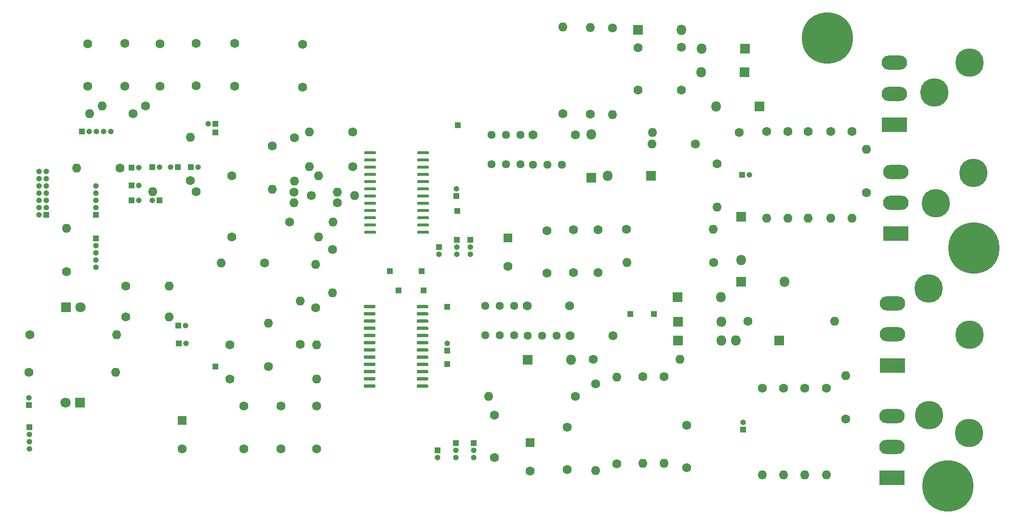
<source format=gbr>
G04 #@! TF.GenerationSoftware,KiCad,Pcbnew,(5.1.5)-3*
G04 #@! TF.CreationDate,2020-08-25T02:26:37-03:00*
G04 #@! TF.ProjectId,Gate_Driver_V2,47617465-5f44-4726-9976-65725f56322e,rev?*
G04 #@! TF.SameCoordinates,Original*
G04 #@! TF.FileFunction,Soldermask,Top*
G04 #@! TF.FilePolarity,Negative*
%FSLAX46Y46*%
G04 Gerber Fmt 4.6, Leading zero omitted, Abs format (unit mm)*
G04 Created by KiCad (PCBNEW (5.1.5)-3) date 2020-08-25 02:26:37*
%MOMM*%
%LPD*%
G04 APERTURE LIST*
%ADD10C,5.000000*%
%ADD11O,1.600000X1.600000*%
%ADD12C,1.600000*%
%ADD13C,9.000000*%
%ADD14R,1.000000X1.000000*%
%ADD15O,1.800000X1.800000*%
%ADD16R,1.800000X1.800000*%
%ADD17C,1.440000*%
%ADD18C,0.100000*%
%ADD19O,1.000000X1.000000*%
%ADD20C,1.800000*%
%ADD21R,1.600000X1.600000*%
%ADD22O,4.500000X2.500000*%
%ADD23R,4.500000X2.500000*%
G04 APERTURE END LIST*
D10*
X182275000Y-75250000D03*
X189400000Y-100625000D03*
X190200000Y-54950000D03*
X183350000Y-40800000D03*
D11*
X145150000Y-60920000D03*
D12*
X145150000Y-53300000D03*
D11*
X153850000Y-62890000D03*
D12*
X153850000Y-47650000D03*
D11*
X168800000Y-62880000D03*
D12*
X168800000Y-47640000D03*
D13*
X164500000Y-31200000D03*
D10*
X182350000Y-97550000D03*
X189450000Y-83350000D03*
X189500000Y-35550000D03*
X183600000Y-60250000D03*
D11*
X167750000Y-90530000D03*
D12*
X167750000Y-98150000D03*
D11*
X171350000Y-50780000D03*
D12*
X171350000Y-58400000D03*
D11*
X133680000Y-49850000D03*
D12*
X141300000Y-49850000D03*
D11*
X133810000Y-47850000D03*
D12*
X149050000Y-47850000D03*
D14*
X134050000Y-79750000D03*
X129900000Y-79750000D03*
D15*
X145870000Y-81050000D03*
D16*
X138250000Y-81050000D03*
D11*
X138590000Y-87700000D03*
D12*
X123350000Y-87700000D03*
D11*
X104960000Y-94250000D03*
D12*
X120200000Y-94250000D03*
D11*
X132100000Y-105940000D03*
D12*
X132100000Y-90700000D03*
D17*
X104420000Y-78250000D03*
X106960000Y-78250000D03*
X109500000Y-78250000D03*
D12*
X138850000Y-40350000D03*
X138850000Y-32850000D03*
D14*
X97700000Y-78475000D03*
D11*
X48820000Y-80200000D03*
D12*
X41200000Y-80200000D03*
D11*
X74600000Y-71000000D03*
D12*
X74600000Y-78620000D03*
D11*
X48820000Y-74800000D03*
D12*
X41200000Y-74800000D03*
D11*
X77600000Y-76020000D03*
D12*
X77600000Y-68400000D03*
D11*
X77620000Y-63600000D03*
D12*
X70000000Y-63600000D03*
D14*
X87600000Y-72200000D03*
X93200000Y-72200000D03*
X89200000Y-75600000D03*
X93600000Y-75600000D03*
X57000000Y-47800000D03*
X57000000Y-89000000D03*
D18*
G36*
X94251977Y-78155662D02*
G01*
X94265325Y-78157642D01*
X94278414Y-78160921D01*
X94291119Y-78165467D01*
X94303317Y-78171236D01*
X94314891Y-78178173D01*
X94325729Y-78186211D01*
X94335727Y-78195273D01*
X94344789Y-78205271D01*
X94352827Y-78216109D01*
X94359764Y-78227683D01*
X94365533Y-78239881D01*
X94370079Y-78252586D01*
X94373358Y-78265675D01*
X94375338Y-78279023D01*
X94376000Y-78292500D01*
X94376000Y-78567500D01*
X94375338Y-78580977D01*
X94373358Y-78594325D01*
X94370079Y-78607414D01*
X94365533Y-78620119D01*
X94359764Y-78632317D01*
X94352827Y-78643891D01*
X94344789Y-78654729D01*
X94335727Y-78664727D01*
X94325729Y-78673789D01*
X94314891Y-78681827D01*
X94303317Y-78688764D01*
X94291119Y-78694533D01*
X94278414Y-78699079D01*
X94265325Y-78702358D01*
X94251977Y-78704338D01*
X94238500Y-78705000D01*
X92513500Y-78705000D01*
X92500023Y-78704338D01*
X92486675Y-78702358D01*
X92473586Y-78699079D01*
X92460881Y-78694533D01*
X92448683Y-78688764D01*
X92437109Y-78681827D01*
X92426271Y-78673789D01*
X92416273Y-78664727D01*
X92407211Y-78654729D01*
X92399173Y-78643891D01*
X92392236Y-78632317D01*
X92386467Y-78620119D01*
X92381921Y-78607414D01*
X92378642Y-78594325D01*
X92376662Y-78580977D01*
X92376000Y-78567500D01*
X92376000Y-78292500D01*
X92376662Y-78279023D01*
X92378642Y-78265675D01*
X92381921Y-78252586D01*
X92386467Y-78239881D01*
X92392236Y-78227683D01*
X92399173Y-78216109D01*
X92407211Y-78205271D01*
X92416273Y-78195273D01*
X92426271Y-78186211D01*
X92437109Y-78178173D01*
X92448683Y-78171236D01*
X92460881Y-78165467D01*
X92473586Y-78160921D01*
X92486675Y-78157642D01*
X92500023Y-78155662D01*
X92513500Y-78155000D01*
X94238500Y-78155000D01*
X94251977Y-78155662D01*
G37*
G36*
X94251977Y-79425662D02*
G01*
X94265325Y-79427642D01*
X94278414Y-79430921D01*
X94291119Y-79435467D01*
X94303317Y-79441236D01*
X94314891Y-79448173D01*
X94325729Y-79456211D01*
X94335727Y-79465273D01*
X94344789Y-79475271D01*
X94352827Y-79486109D01*
X94359764Y-79497683D01*
X94365533Y-79509881D01*
X94370079Y-79522586D01*
X94373358Y-79535675D01*
X94375338Y-79549023D01*
X94376000Y-79562500D01*
X94376000Y-79837500D01*
X94375338Y-79850977D01*
X94373358Y-79864325D01*
X94370079Y-79877414D01*
X94365533Y-79890119D01*
X94359764Y-79902317D01*
X94352827Y-79913891D01*
X94344789Y-79924729D01*
X94335727Y-79934727D01*
X94325729Y-79943789D01*
X94314891Y-79951827D01*
X94303317Y-79958764D01*
X94291119Y-79964533D01*
X94278414Y-79969079D01*
X94265325Y-79972358D01*
X94251977Y-79974338D01*
X94238500Y-79975000D01*
X92513500Y-79975000D01*
X92500023Y-79974338D01*
X92486675Y-79972358D01*
X92473586Y-79969079D01*
X92460881Y-79964533D01*
X92448683Y-79958764D01*
X92437109Y-79951827D01*
X92426271Y-79943789D01*
X92416273Y-79934727D01*
X92407211Y-79924729D01*
X92399173Y-79913891D01*
X92392236Y-79902317D01*
X92386467Y-79890119D01*
X92381921Y-79877414D01*
X92378642Y-79864325D01*
X92376662Y-79850977D01*
X92376000Y-79837500D01*
X92376000Y-79562500D01*
X92376662Y-79549023D01*
X92378642Y-79535675D01*
X92381921Y-79522586D01*
X92386467Y-79509881D01*
X92392236Y-79497683D01*
X92399173Y-79486109D01*
X92407211Y-79475271D01*
X92416273Y-79465273D01*
X92426271Y-79456211D01*
X92437109Y-79448173D01*
X92448683Y-79441236D01*
X92460881Y-79435467D01*
X92473586Y-79430921D01*
X92486675Y-79427642D01*
X92500023Y-79425662D01*
X92513500Y-79425000D01*
X94238500Y-79425000D01*
X94251977Y-79425662D01*
G37*
G36*
X94251977Y-80695662D02*
G01*
X94265325Y-80697642D01*
X94278414Y-80700921D01*
X94291119Y-80705467D01*
X94303317Y-80711236D01*
X94314891Y-80718173D01*
X94325729Y-80726211D01*
X94335727Y-80735273D01*
X94344789Y-80745271D01*
X94352827Y-80756109D01*
X94359764Y-80767683D01*
X94365533Y-80779881D01*
X94370079Y-80792586D01*
X94373358Y-80805675D01*
X94375338Y-80819023D01*
X94376000Y-80832500D01*
X94376000Y-81107500D01*
X94375338Y-81120977D01*
X94373358Y-81134325D01*
X94370079Y-81147414D01*
X94365533Y-81160119D01*
X94359764Y-81172317D01*
X94352827Y-81183891D01*
X94344789Y-81194729D01*
X94335727Y-81204727D01*
X94325729Y-81213789D01*
X94314891Y-81221827D01*
X94303317Y-81228764D01*
X94291119Y-81234533D01*
X94278414Y-81239079D01*
X94265325Y-81242358D01*
X94251977Y-81244338D01*
X94238500Y-81245000D01*
X92513500Y-81245000D01*
X92500023Y-81244338D01*
X92486675Y-81242358D01*
X92473586Y-81239079D01*
X92460881Y-81234533D01*
X92448683Y-81228764D01*
X92437109Y-81221827D01*
X92426271Y-81213789D01*
X92416273Y-81204727D01*
X92407211Y-81194729D01*
X92399173Y-81183891D01*
X92392236Y-81172317D01*
X92386467Y-81160119D01*
X92381921Y-81147414D01*
X92378642Y-81134325D01*
X92376662Y-81120977D01*
X92376000Y-81107500D01*
X92376000Y-80832500D01*
X92376662Y-80819023D01*
X92378642Y-80805675D01*
X92381921Y-80792586D01*
X92386467Y-80779881D01*
X92392236Y-80767683D01*
X92399173Y-80756109D01*
X92407211Y-80745271D01*
X92416273Y-80735273D01*
X92426271Y-80726211D01*
X92437109Y-80718173D01*
X92448683Y-80711236D01*
X92460881Y-80705467D01*
X92473586Y-80700921D01*
X92486675Y-80697642D01*
X92500023Y-80695662D01*
X92513500Y-80695000D01*
X94238500Y-80695000D01*
X94251977Y-80695662D01*
G37*
G36*
X94251977Y-81965662D02*
G01*
X94265325Y-81967642D01*
X94278414Y-81970921D01*
X94291119Y-81975467D01*
X94303317Y-81981236D01*
X94314891Y-81988173D01*
X94325729Y-81996211D01*
X94335727Y-82005273D01*
X94344789Y-82015271D01*
X94352827Y-82026109D01*
X94359764Y-82037683D01*
X94365533Y-82049881D01*
X94370079Y-82062586D01*
X94373358Y-82075675D01*
X94375338Y-82089023D01*
X94376000Y-82102500D01*
X94376000Y-82377500D01*
X94375338Y-82390977D01*
X94373358Y-82404325D01*
X94370079Y-82417414D01*
X94365533Y-82430119D01*
X94359764Y-82442317D01*
X94352827Y-82453891D01*
X94344789Y-82464729D01*
X94335727Y-82474727D01*
X94325729Y-82483789D01*
X94314891Y-82491827D01*
X94303317Y-82498764D01*
X94291119Y-82504533D01*
X94278414Y-82509079D01*
X94265325Y-82512358D01*
X94251977Y-82514338D01*
X94238500Y-82515000D01*
X92513500Y-82515000D01*
X92500023Y-82514338D01*
X92486675Y-82512358D01*
X92473586Y-82509079D01*
X92460881Y-82504533D01*
X92448683Y-82498764D01*
X92437109Y-82491827D01*
X92426271Y-82483789D01*
X92416273Y-82474727D01*
X92407211Y-82464729D01*
X92399173Y-82453891D01*
X92392236Y-82442317D01*
X92386467Y-82430119D01*
X92381921Y-82417414D01*
X92378642Y-82404325D01*
X92376662Y-82390977D01*
X92376000Y-82377500D01*
X92376000Y-82102500D01*
X92376662Y-82089023D01*
X92378642Y-82075675D01*
X92381921Y-82062586D01*
X92386467Y-82049881D01*
X92392236Y-82037683D01*
X92399173Y-82026109D01*
X92407211Y-82015271D01*
X92416273Y-82005273D01*
X92426271Y-81996211D01*
X92437109Y-81988173D01*
X92448683Y-81981236D01*
X92460881Y-81975467D01*
X92473586Y-81970921D01*
X92486675Y-81967642D01*
X92500023Y-81965662D01*
X92513500Y-81965000D01*
X94238500Y-81965000D01*
X94251977Y-81965662D01*
G37*
G36*
X94251977Y-83235662D02*
G01*
X94265325Y-83237642D01*
X94278414Y-83240921D01*
X94291119Y-83245467D01*
X94303317Y-83251236D01*
X94314891Y-83258173D01*
X94325729Y-83266211D01*
X94335727Y-83275273D01*
X94344789Y-83285271D01*
X94352827Y-83296109D01*
X94359764Y-83307683D01*
X94365533Y-83319881D01*
X94370079Y-83332586D01*
X94373358Y-83345675D01*
X94375338Y-83359023D01*
X94376000Y-83372500D01*
X94376000Y-83647500D01*
X94375338Y-83660977D01*
X94373358Y-83674325D01*
X94370079Y-83687414D01*
X94365533Y-83700119D01*
X94359764Y-83712317D01*
X94352827Y-83723891D01*
X94344789Y-83734729D01*
X94335727Y-83744727D01*
X94325729Y-83753789D01*
X94314891Y-83761827D01*
X94303317Y-83768764D01*
X94291119Y-83774533D01*
X94278414Y-83779079D01*
X94265325Y-83782358D01*
X94251977Y-83784338D01*
X94238500Y-83785000D01*
X92513500Y-83785000D01*
X92500023Y-83784338D01*
X92486675Y-83782358D01*
X92473586Y-83779079D01*
X92460881Y-83774533D01*
X92448683Y-83768764D01*
X92437109Y-83761827D01*
X92426271Y-83753789D01*
X92416273Y-83744727D01*
X92407211Y-83734729D01*
X92399173Y-83723891D01*
X92392236Y-83712317D01*
X92386467Y-83700119D01*
X92381921Y-83687414D01*
X92378642Y-83674325D01*
X92376662Y-83660977D01*
X92376000Y-83647500D01*
X92376000Y-83372500D01*
X92376662Y-83359023D01*
X92378642Y-83345675D01*
X92381921Y-83332586D01*
X92386467Y-83319881D01*
X92392236Y-83307683D01*
X92399173Y-83296109D01*
X92407211Y-83285271D01*
X92416273Y-83275273D01*
X92426271Y-83266211D01*
X92437109Y-83258173D01*
X92448683Y-83251236D01*
X92460881Y-83245467D01*
X92473586Y-83240921D01*
X92486675Y-83237642D01*
X92500023Y-83235662D01*
X92513500Y-83235000D01*
X94238500Y-83235000D01*
X94251977Y-83235662D01*
G37*
G36*
X94251977Y-84505662D02*
G01*
X94265325Y-84507642D01*
X94278414Y-84510921D01*
X94291119Y-84515467D01*
X94303317Y-84521236D01*
X94314891Y-84528173D01*
X94325729Y-84536211D01*
X94335727Y-84545273D01*
X94344789Y-84555271D01*
X94352827Y-84566109D01*
X94359764Y-84577683D01*
X94365533Y-84589881D01*
X94370079Y-84602586D01*
X94373358Y-84615675D01*
X94375338Y-84629023D01*
X94376000Y-84642500D01*
X94376000Y-84917500D01*
X94375338Y-84930977D01*
X94373358Y-84944325D01*
X94370079Y-84957414D01*
X94365533Y-84970119D01*
X94359764Y-84982317D01*
X94352827Y-84993891D01*
X94344789Y-85004729D01*
X94335727Y-85014727D01*
X94325729Y-85023789D01*
X94314891Y-85031827D01*
X94303317Y-85038764D01*
X94291119Y-85044533D01*
X94278414Y-85049079D01*
X94265325Y-85052358D01*
X94251977Y-85054338D01*
X94238500Y-85055000D01*
X92513500Y-85055000D01*
X92500023Y-85054338D01*
X92486675Y-85052358D01*
X92473586Y-85049079D01*
X92460881Y-85044533D01*
X92448683Y-85038764D01*
X92437109Y-85031827D01*
X92426271Y-85023789D01*
X92416273Y-85014727D01*
X92407211Y-85004729D01*
X92399173Y-84993891D01*
X92392236Y-84982317D01*
X92386467Y-84970119D01*
X92381921Y-84957414D01*
X92378642Y-84944325D01*
X92376662Y-84930977D01*
X92376000Y-84917500D01*
X92376000Y-84642500D01*
X92376662Y-84629023D01*
X92378642Y-84615675D01*
X92381921Y-84602586D01*
X92386467Y-84589881D01*
X92392236Y-84577683D01*
X92399173Y-84566109D01*
X92407211Y-84555271D01*
X92416273Y-84545273D01*
X92426271Y-84536211D01*
X92437109Y-84528173D01*
X92448683Y-84521236D01*
X92460881Y-84515467D01*
X92473586Y-84510921D01*
X92486675Y-84507642D01*
X92500023Y-84505662D01*
X92513500Y-84505000D01*
X94238500Y-84505000D01*
X94251977Y-84505662D01*
G37*
G36*
X94251977Y-85775662D02*
G01*
X94265325Y-85777642D01*
X94278414Y-85780921D01*
X94291119Y-85785467D01*
X94303317Y-85791236D01*
X94314891Y-85798173D01*
X94325729Y-85806211D01*
X94335727Y-85815273D01*
X94344789Y-85825271D01*
X94352827Y-85836109D01*
X94359764Y-85847683D01*
X94365533Y-85859881D01*
X94370079Y-85872586D01*
X94373358Y-85885675D01*
X94375338Y-85899023D01*
X94376000Y-85912500D01*
X94376000Y-86187500D01*
X94375338Y-86200977D01*
X94373358Y-86214325D01*
X94370079Y-86227414D01*
X94365533Y-86240119D01*
X94359764Y-86252317D01*
X94352827Y-86263891D01*
X94344789Y-86274729D01*
X94335727Y-86284727D01*
X94325729Y-86293789D01*
X94314891Y-86301827D01*
X94303317Y-86308764D01*
X94291119Y-86314533D01*
X94278414Y-86319079D01*
X94265325Y-86322358D01*
X94251977Y-86324338D01*
X94238500Y-86325000D01*
X92513500Y-86325000D01*
X92500023Y-86324338D01*
X92486675Y-86322358D01*
X92473586Y-86319079D01*
X92460881Y-86314533D01*
X92448683Y-86308764D01*
X92437109Y-86301827D01*
X92426271Y-86293789D01*
X92416273Y-86284727D01*
X92407211Y-86274729D01*
X92399173Y-86263891D01*
X92392236Y-86252317D01*
X92386467Y-86240119D01*
X92381921Y-86227414D01*
X92378642Y-86214325D01*
X92376662Y-86200977D01*
X92376000Y-86187500D01*
X92376000Y-85912500D01*
X92376662Y-85899023D01*
X92378642Y-85885675D01*
X92381921Y-85872586D01*
X92386467Y-85859881D01*
X92392236Y-85847683D01*
X92399173Y-85836109D01*
X92407211Y-85825271D01*
X92416273Y-85815273D01*
X92426271Y-85806211D01*
X92437109Y-85798173D01*
X92448683Y-85791236D01*
X92460881Y-85785467D01*
X92473586Y-85780921D01*
X92486675Y-85777642D01*
X92500023Y-85775662D01*
X92513500Y-85775000D01*
X94238500Y-85775000D01*
X94251977Y-85775662D01*
G37*
G36*
X94251977Y-87045662D02*
G01*
X94265325Y-87047642D01*
X94278414Y-87050921D01*
X94291119Y-87055467D01*
X94303317Y-87061236D01*
X94314891Y-87068173D01*
X94325729Y-87076211D01*
X94335727Y-87085273D01*
X94344789Y-87095271D01*
X94352827Y-87106109D01*
X94359764Y-87117683D01*
X94365533Y-87129881D01*
X94370079Y-87142586D01*
X94373358Y-87155675D01*
X94375338Y-87169023D01*
X94376000Y-87182500D01*
X94376000Y-87457500D01*
X94375338Y-87470977D01*
X94373358Y-87484325D01*
X94370079Y-87497414D01*
X94365533Y-87510119D01*
X94359764Y-87522317D01*
X94352827Y-87533891D01*
X94344789Y-87544729D01*
X94335727Y-87554727D01*
X94325729Y-87563789D01*
X94314891Y-87571827D01*
X94303317Y-87578764D01*
X94291119Y-87584533D01*
X94278414Y-87589079D01*
X94265325Y-87592358D01*
X94251977Y-87594338D01*
X94238500Y-87595000D01*
X92513500Y-87595000D01*
X92500023Y-87594338D01*
X92486675Y-87592358D01*
X92473586Y-87589079D01*
X92460881Y-87584533D01*
X92448683Y-87578764D01*
X92437109Y-87571827D01*
X92426271Y-87563789D01*
X92416273Y-87554727D01*
X92407211Y-87544729D01*
X92399173Y-87533891D01*
X92392236Y-87522317D01*
X92386467Y-87510119D01*
X92381921Y-87497414D01*
X92378642Y-87484325D01*
X92376662Y-87470977D01*
X92376000Y-87457500D01*
X92376000Y-87182500D01*
X92376662Y-87169023D01*
X92378642Y-87155675D01*
X92381921Y-87142586D01*
X92386467Y-87129881D01*
X92392236Y-87117683D01*
X92399173Y-87106109D01*
X92407211Y-87095271D01*
X92416273Y-87085273D01*
X92426271Y-87076211D01*
X92437109Y-87068173D01*
X92448683Y-87061236D01*
X92460881Y-87055467D01*
X92473586Y-87050921D01*
X92486675Y-87047642D01*
X92500023Y-87045662D01*
X92513500Y-87045000D01*
X94238500Y-87045000D01*
X94251977Y-87045662D01*
G37*
G36*
X94251977Y-88315662D02*
G01*
X94265325Y-88317642D01*
X94278414Y-88320921D01*
X94291119Y-88325467D01*
X94303317Y-88331236D01*
X94314891Y-88338173D01*
X94325729Y-88346211D01*
X94335727Y-88355273D01*
X94344789Y-88365271D01*
X94352827Y-88376109D01*
X94359764Y-88387683D01*
X94365533Y-88399881D01*
X94370079Y-88412586D01*
X94373358Y-88425675D01*
X94375338Y-88439023D01*
X94376000Y-88452500D01*
X94376000Y-88727500D01*
X94375338Y-88740977D01*
X94373358Y-88754325D01*
X94370079Y-88767414D01*
X94365533Y-88780119D01*
X94359764Y-88792317D01*
X94352827Y-88803891D01*
X94344789Y-88814729D01*
X94335727Y-88824727D01*
X94325729Y-88833789D01*
X94314891Y-88841827D01*
X94303317Y-88848764D01*
X94291119Y-88854533D01*
X94278414Y-88859079D01*
X94265325Y-88862358D01*
X94251977Y-88864338D01*
X94238500Y-88865000D01*
X92513500Y-88865000D01*
X92500023Y-88864338D01*
X92486675Y-88862358D01*
X92473586Y-88859079D01*
X92460881Y-88854533D01*
X92448683Y-88848764D01*
X92437109Y-88841827D01*
X92426271Y-88833789D01*
X92416273Y-88824727D01*
X92407211Y-88814729D01*
X92399173Y-88803891D01*
X92392236Y-88792317D01*
X92386467Y-88780119D01*
X92381921Y-88767414D01*
X92378642Y-88754325D01*
X92376662Y-88740977D01*
X92376000Y-88727500D01*
X92376000Y-88452500D01*
X92376662Y-88439023D01*
X92378642Y-88425675D01*
X92381921Y-88412586D01*
X92386467Y-88399881D01*
X92392236Y-88387683D01*
X92399173Y-88376109D01*
X92407211Y-88365271D01*
X92416273Y-88355273D01*
X92426271Y-88346211D01*
X92437109Y-88338173D01*
X92448683Y-88331236D01*
X92460881Y-88325467D01*
X92473586Y-88320921D01*
X92486675Y-88317642D01*
X92500023Y-88315662D01*
X92513500Y-88315000D01*
X94238500Y-88315000D01*
X94251977Y-88315662D01*
G37*
G36*
X94251977Y-89585662D02*
G01*
X94265325Y-89587642D01*
X94278414Y-89590921D01*
X94291119Y-89595467D01*
X94303317Y-89601236D01*
X94314891Y-89608173D01*
X94325729Y-89616211D01*
X94335727Y-89625273D01*
X94344789Y-89635271D01*
X94352827Y-89646109D01*
X94359764Y-89657683D01*
X94365533Y-89669881D01*
X94370079Y-89682586D01*
X94373358Y-89695675D01*
X94375338Y-89709023D01*
X94376000Y-89722500D01*
X94376000Y-89997500D01*
X94375338Y-90010977D01*
X94373358Y-90024325D01*
X94370079Y-90037414D01*
X94365533Y-90050119D01*
X94359764Y-90062317D01*
X94352827Y-90073891D01*
X94344789Y-90084729D01*
X94335727Y-90094727D01*
X94325729Y-90103789D01*
X94314891Y-90111827D01*
X94303317Y-90118764D01*
X94291119Y-90124533D01*
X94278414Y-90129079D01*
X94265325Y-90132358D01*
X94251977Y-90134338D01*
X94238500Y-90135000D01*
X92513500Y-90135000D01*
X92500023Y-90134338D01*
X92486675Y-90132358D01*
X92473586Y-90129079D01*
X92460881Y-90124533D01*
X92448683Y-90118764D01*
X92437109Y-90111827D01*
X92426271Y-90103789D01*
X92416273Y-90094727D01*
X92407211Y-90084729D01*
X92399173Y-90073891D01*
X92392236Y-90062317D01*
X92386467Y-90050119D01*
X92381921Y-90037414D01*
X92378642Y-90024325D01*
X92376662Y-90010977D01*
X92376000Y-89997500D01*
X92376000Y-89722500D01*
X92376662Y-89709023D01*
X92378642Y-89695675D01*
X92381921Y-89682586D01*
X92386467Y-89669881D01*
X92392236Y-89657683D01*
X92399173Y-89646109D01*
X92407211Y-89635271D01*
X92416273Y-89625273D01*
X92426271Y-89616211D01*
X92437109Y-89608173D01*
X92448683Y-89601236D01*
X92460881Y-89595467D01*
X92473586Y-89590921D01*
X92486675Y-89587642D01*
X92500023Y-89585662D01*
X92513500Y-89585000D01*
X94238500Y-89585000D01*
X94251977Y-89585662D01*
G37*
G36*
X94251977Y-90855662D02*
G01*
X94265325Y-90857642D01*
X94278414Y-90860921D01*
X94291119Y-90865467D01*
X94303317Y-90871236D01*
X94314891Y-90878173D01*
X94325729Y-90886211D01*
X94335727Y-90895273D01*
X94344789Y-90905271D01*
X94352827Y-90916109D01*
X94359764Y-90927683D01*
X94365533Y-90939881D01*
X94370079Y-90952586D01*
X94373358Y-90965675D01*
X94375338Y-90979023D01*
X94376000Y-90992500D01*
X94376000Y-91267500D01*
X94375338Y-91280977D01*
X94373358Y-91294325D01*
X94370079Y-91307414D01*
X94365533Y-91320119D01*
X94359764Y-91332317D01*
X94352827Y-91343891D01*
X94344789Y-91354729D01*
X94335727Y-91364727D01*
X94325729Y-91373789D01*
X94314891Y-91381827D01*
X94303317Y-91388764D01*
X94291119Y-91394533D01*
X94278414Y-91399079D01*
X94265325Y-91402358D01*
X94251977Y-91404338D01*
X94238500Y-91405000D01*
X92513500Y-91405000D01*
X92500023Y-91404338D01*
X92486675Y-91402358D01*
X92473586Y-91399079D01*
X92460881Y-91394533D01*
X92448683Y-91388764D01*
X92437109Y-91381827D01*
X92426271Y-91373789D01*
X92416273Y-91364727D01*
X92407211Y-91354729D01*
X92399173Y-91343891D01*
X92392236Y-91332317D01*
X92386467Y-91320119D01*
X92381921Y-91307414D01*
X92378642Y-91294325D01*
X92376662Y-91280977D01*
X92376000Y-91267500D01*
X92376000Y-90992500D01*
X92376662Y-90979023D01*
X92378642Y-90965675D01*
X92381921Y-90952586D01*
X92386467Y-90939881D01*
X92392236Y-90927683D01*
X92399173Y-90916109D01*
X92407211Y-90905271D01*
X92416273Y-90895273D01*
X92426271Y-90886211D01*
X92437109Y-90878173D01*
X92448683Y-90871236D01*
X92460881Y-90865467D01*
X92473586Y-90860921D01*
X92486675Y-90857642D01*
X92500023Y-90855662D01*
X92513500Y-90855000D01*
X94238500Y-90855000D01*
X94251977Y-90855662D01*
G37*
G36*
X94251977Y-92125662D02*
G01*
X94265325Y-92127642D01*
X94278414Y-92130921D01*
X94291119Y-92135467D01*
X94303317Y-92141236D01*
X94314891Y-92148173D01*
X94325729Y-92156211D01*
X94335727Y-92165273D01*
X94344789Y-92175271D01*
X94352827Y-92186109D01*
X94359764Y-92197683D01*
X94365533Y-92209881D01*
X94370079Y-92222586D01*
X94373358Y-92235675D01*
X94375338Y-92249023D01*
X94376000Y-92262500D01*
X94376000Y-92537500D01*
X94375338Y-92550977D01*
X94373358Y-92564325D01*
X94370079Y-92577414D01*
X94365533Y-92590119D01*
X94359764Y-92602317D01*
X94352827Y-92613891D01*
X94344789Y-92624729D01*
X94335727Y-92634727D01*
X94325729Y-92643789D01*
X94314891Y-92651827D01*
X94303317Y-92658764D01*
X94291119Y-92664533D01*
X94278414Y-92669079D01*
X94265325Y-92672358D01*
X94251977Y-92674338D01*
X94238500Y-92675000D01*
X92513500Y-92675000D01*
X92500023Y-92674338D01*
X92486675Y-92672358D01*
X92473586Y-92669079D01*
X92460881Y-92664533D01*
X92448683Y-92658764D01*
X92437109Y-92651827D01*
X92426271Y-92643789D01*
X92416273Y-92634727D01*
X92407211Y-92624729D01*
X92399173Y-92613891D01*
X92392236Y-92602317D01*
X92386467Y-92590119D01*
X92381921Y-92577414D01*
X92378642Y-92564325D01*
X92376662Y-92550977D01*
X92376000Y-92537500D01*
X92376000Y-92262500D01*
X92376662Y-92249023D01*
X92378642Y-92235675D01*
X92381921Y-92222586D01*
X92386467Y-92209881D01*
X92392236Y-92197683D01*
X92399173Y-92186109D01*
X92407211Y-92175271D01*
X92416273Y-92165273D01*
X92426271Y-92156211D01*
X92437109Y-92148173D01*
X92448683Y-92141236D01*
X92460881Y-92135467D01*
X92473586Y-92130921D01*
X92486675Y-92127642D01*
X92500023Y-92125662D01*
X92513500Y-92125000D01*
X94238500Y-92125000D01*
X94251977Y-92125662D01*
G37*
G36*
X84951977Y-92125662D02*
G01*
X84965325Y-92127642D01*
X84978414Y-92130921D01*
X84991119Y-92135467D01*
X85003317Y-92141236D01*
X85014891Y-92148173D01*
X85025729Y-92156211D01*
X85035727Y-92165273D01*
X85044789Y-92175271D01*
X85052827Y-92186109D01*
X85059764Y-92197683D01*
X85065533Y-92209881D01*
X85070079Y-92222586D01*
X85073358Y-92235675D01*
X85075338Y-92249023D01*
X85076000Y-92262500D01*
X85076000Y-92537500D01*
X85075338Y-92550977D01*
X85073358Y-92564325D01*
X85070079Y-92577414D01*
X85065533Y-92590119D01*
X85059764Y-92602317D01*
X85052827Y-92613891D01*
X85044789Y-92624729D01*
X85035727Y-92634727D01*
X85025729Y-92643789D01*
X85014891Y-92651827D01*
X85003317Y-92658764D01*
X84991119Y-92664533D01*
X84978414Y-92669079D01*
X84965325Y-92672358D01*
X84951977Y-92674338D01*
X84938500Y-92675000D01*
X83213500Y-92675000D01*
X83200023Y-92674338D01*
X83186675Y-92672358D01*
X83173586Y-92669079D01*
X83160881Y-92664533D01*
X83148683Y-92658764D01*
X83137109Y-92651827D01*
X83126271Y-92643789D01*
X83116273Y-92634727D01*
X83107211Y-92624729D01*
X83099173Y-92613891D01*
X83092236Y-92602317D01*
X83086467Y-92590119D01*
X83081921Y-92577414D01*
X83078642Y-92564325D01*
X83076662Y-92550977D01*
X83076000Y-92537500D01*
X83076000Y-92262500D01*
X83076662Y-92249023D01*
X83078642Y-92235675D01*
X83081921Y-92222586D01*
X83086467Y-92209881D01*
X83092236Y-92197683D01*
X83099173Y-92186109D01*
X83107211Y-92175271D01*
X83116273Y-92165273D01*
X83126271Y-92156211D01*
X83137109Y-92148173D01*
X83148683Y-92141236D01*
X83160881Y-92135467D01*
X83173586Y-92130921D01*
X83186675Y-92127642D01*
X83200023Y-92125662D01*
X83213500Y-92125000D01*
X84938500Y-92125000D01*
X84951977Y-92125662D01*
G37*
G36*
X84951977Y-90855662D02*
G01*
X84965325Y-90857642D01*
X84978414Y-90860921D01*
X84991119Y-90865467D01*
X85003317Y-90871236D01*
X85014891Y-90878173D01*
X85025729Y-90886211D01*
X85035727Y-90895273D01*
X85044789Y-90905271D01*
X85052827Y-90916109D01*
X85059764Y-90927683D01*
X85065533Y-90939881D01*
X85070079Y-90952586D01*
X85073358Y-90965675D01*
X85075338Y-90979023D01*
X85076000Y-90992500D01*
X85076000Y-91267500D01*
X85075338Y-91280977D01*
X85073358Y-91294325D01*
X85070079Y-91307414D01*
X85065533Y-91320119D01*
X85059764Y-91332317D01*
X85052827Y-91343891D01*
X85044789Y-91354729D01*
X85035727Y-91364727D01*
X85025729Y-91373789D01*
X85014891Y-91381827D01*
X85003317Y-91388764D01*
X84991119Y-91394533D01*
X84978414Y-91399079D01*
X84965325Y-91402358D01*
X84951977Y-91404338D01*
X84938500Y-91405000D01*
X83213500Y-91405000D01*
X83200023Y-91404338D01*
X83186675Y-91402358D01*
X83173586Y-91399079D01*
X83160881Y-91394533D01*
X83148683Y-91388764D01*
X83137109Y-91381827D01*
X83126271Y-91373789D01*
X83116273Y-91364727D01*
X83107211Y-91354729D01*
X83099173Y-91343891D01*
X83092236Y-91332317D01*
X83086467Y-91320119D01*
X83081921Y-91307414D01*
X83078642Y-91294325D01*
X83076662Y-91280977D01*
X83076000Y-91267500D01*
X83076000Y-90992500D01*
X83076662Y-90979023D01*
X83078642Y-90965675D01*
X83081921Y-90952586D01*
X83086467Y-90939881D01*
X83092236Y-90927683D01*
X83099173Y-90916109D01*
X83107211Y-90905271D01*
X83116273Y-90895273D01*
X83126271Y-90886211D01*
X83137109Y-90878173D01*
X83148683Y-90871236D01*
X83160881Y-90865467D01*
X83173586Y-90860921D01*
X83186675Y-90857642D01*
X83200023Y-90855662D01*
X83213500Y-90855000D01*
X84938500Y-90855000D01*
X84951977Y-90855662D01*
G37*
G36*
X84951977Y-89585662D02*
G01*
X84965325Y-89587642D01*
X84978414Y-89590921D01*
X84991119Y-89595467D01*
X85003317Y-89601236D01*
X85014891Y-89608173D01*
X85025729Y-89616211D01*
X85035727Y-89625273D01*
X85044789Y-89635271D01*
X85052827Y-89646109D01*
X85059764Y-89657683D01*
X85065533Y-89669881D01*
X85070079Y-89682586D01*
X85073358Y-89695675D01*
X85075338Y-89709023D01*
X85076000Y-89722500D01*
X85076000Y-89997500D01*
X85075338Y-90010977D01*
X85073358Y-90024325D01*
X85070079Y-90037414D01*
X85065533Y-90050119D01*
X85059764Y-90062317D01*
X85052827Y-90073891D01*
X85044789Y-90084729D01*
X85035727Y-90094727D01*
X85025729Y-90103789D01*
X85014891Y-90111827D01*
X85003317Y-90118764D01*
X84991119Y-90124533D01*
X84978414Y-90129079D01*
X84965325Y-90132358D01*
X84951977Y-90134338D01*
X84938500Y-90135000D01*
X83213500Y-90135000D01*
X83200023Y-90134338D01*
X83186675Y-90132358D01*
X83173586Y-90129079D01*
X83160881Y-90124533D01*
X83148683Y-90118764D01*
X83137109Y-90111827D01*
X83126271Y-90103789D01*
X83116273Y-90094727D01*
X83107211Y-90084729D01*
X83099173Y-90073891D01*
X83092236Y-90062317D01*
X83086467Y-90050119D01*
X83081921Y-90037414D01*
X83078642Y-90024325D01*
X83076662Y-90010977D01*
X83076000Y-89997500D01*
X83076000Y-89722500D01*
X83076662Y-89709023D01*
X83078642Y-89695675D01*
X83081921Y-89682586D01*
X83086467Y-89669881D01*
X83092236Y-89657683D01*
X83099173Y-89646109D01*
X83107211Y-89635271D01*
X83116273Y-89625273D01*
X83126271Y-89616211D01*
X83137109Y-89608173D01*
X83148683Y-89601236D01*
X83160881Y-89595467D01*
X83173586Y-89590921D01*
X83186675Y-89587642D01*
X83200023Y-89585662D01*
X83213500Y-89585000D01*
X84938500Y-89585000D01*
X84951977Y-89585662D01*
G37*
G36*
X84951977Y-88315662D02*
G01*
X84965325Y-88317642D01*
X84978414Y-88320921D01*
X84991119Y-88325467D01*
X85003317Y-88331236D01*
X85014891Y-88338173D01*
X85025729Y-88346211D01*
X85035727Y-88355273D01*
X85044789Y-88365271D01*
X85052827Y-88376109D01*
X85059764Y-88387683D01*
X85065533Y-88399881D01*
X85070079Y-88412586D01*
X85073358Y-88425675D01*
X85075338Y-88439023D01*
X85076000Y-88452500D01*
X85076000Y-88727500D01*
X85075338Y-88740977D01*
X85073358Y-88754325D01*
X85070079Y-88767414D01*
X85065533Y-88780119D01*
X85059764Y-88792317D01*
X85052827Y-88803891D01*
X85044789Y-88814729D01*
X85035727Y-88824727D01*
X85025729Y-88833789D01*
X85014891Y-88841827D01*
X85003317Y-88848764D01*
X84991119Y-88854533D01*
X84978414Y-88859079D01*
X84965325Y-88862358D01*
X84951977Y-88864338D01*
X84938500Y-88865000D01*
X83213500Y-88865000D01*
X83200023Y-88864338D01*
X83186675Y-88862358D01*
X83173586Y-88859079D01*
X83160881Y-88854533D01*
X83148683Y-88848764D01*
X83137109Y-88841827D01*
X83126271Y-88833789D01*
X83116273Y-88824727D01*
X83107211Y-88814729D01*
X83099173Y-88803891D01*
X83092236Y-88792317D01*
X83086467Y-88780119D01*
X83081921Y-88767414D01*
X83078642Y-88754325D01*
X83076662Y-88740977D01*
X83076000Y-88727500D01*
X83076000Y-88452500D01*
X83076662Y-88439023D01*
X83078642Y-88425675D01*
X83081921Y-88412586D01*
X83086467Y-88399881D01*
X83092236Y-88387683D01*
X83099173Y-88376109D01*
X83107211Y-88365271D01*
X83116273Y-88355273D01*
X83126271Y-88346211D01*
X83137109Y-88338173D01*
X83148683Y-88331236D01*
X83160881Y-88325467D01*
X83173586Y-88320921D01*
X83186675Y-88317642D01*
X83200023Y-88315662D01*
X83213500Y-88315000D01*
X84938500Y-88315000D01*
X84951977Y-88315662D01*
G37*
G36*
X84951977Y-87045662D02*
G01*
X84965325Y-87047642D01*
X84978414Y-87050921D01*
X84991119Y-87055467D01*
X85003317Y-87061236D01*
X85014891Y-87068173D01*
X85025729Y-87076211D01*
X85035727Y-87085273D01*
X85044789Y-87095271D01*
X85052827Y-87106109D01*
X85059764Y-87117683D01*
X85065533Y-87129881D01*
X85070079Y-87142586D01*
X85073358Y-87155675D01*
X85075338Y-87169023D01*
X85076000Y-87182500D01*
X85076000Y-87457500D01*
X85075338Y-87470977D01*
X85073358Y-87484325D01*
X85070079Y-87497414D01*
X85065533Y-87510119D01*
X85059764Y-87522317D01*
X85052827Y-87533891D01*
X85044789Y-87544729D01*
X85035727Y-87554727D01*
X85025729Y-87563789D01*
X85014891Y-87571827D01*
X85003317Y-87578764D01*
X84991119Y-87584533D01*
X84978414Y-87589079D01*
X84965325Y-87592358D01*
X84951977Y-87594338D01*
X84938500Y-87595000D01*
X83213500Y-87595000D01*
X83200023Y-87594338D01*
X83186675Y-87592358D01*
X83173586Y-87589079D01*
X83160881Y-87584533D01*
X83148683Y-87578764D01*
X83137109Y-87571827D01*
X83126271Y-87563789D01*
X83116273Y-87554727D01*
X83107211Y-87544729D01*
X83099173Y-87533891D01*
X83092236Y-87522317D01*
X83086467Y-87510119D01*
X83081921Y-87497414D01*
X83078642Y-87484325D01*
X83076662Y-87470977D01*
X83076000Y-87457500D01*
X83076000Y-87182500D01*
X83076662Y-87169023D01*
X83078642Y-87155675D01*
X83081921Y-87142586D01*
X83086467Y-87129881D01*
X83092236Y-87117683D01*
X83099173Y-87106109D01*
X83107211Y-87095271D01*
X83116273Y-87085273D01*
X83126271Y-87076211D01*
X83137109Y-87068173D01*
X83148683Y-87061236D01*
X83160881Y-87055467D01*
X83173586Y-87050921D01*
X83186675Y-87047642D01*
X83200023Y-87045662D01*
X83213500Y-87045000D01*
X84938500Y-87045000D01*
X84951977Y-87045662D01*
G37*
G36*
X84951977Y-85775662D02*
G01*
X84965325Y-85777642D01*
X84978414Y-85780921D01*
X84991119Y-85785467D01*
X85003317Y-85791236D01*
X85014891Y-85798173D01*
X85025729Y-85806211D01*
X85035727Y-85815273D01*
X85044789Y-85825271D01*
X85052827Y-85836109D01*
X85059764Y-85847683D01*
X85065533Y-85859881D01*
X85070079Y-85872586D01*
X85073358Y-85885675D01*
X85075338Y-85899023D01*
X85076000Y-85912500D01*
X85076000Y-86187500D01*
X85075338Y-86200977D01*
X85073358Y-86214325D01*
X85070079Y-86227414D01*
X85065533Y-86240119D01*
X85059764Y-86252317D01*
X85052827Y-86263891D01*
X85044789Y-86274729D01*
X85035727Y-86284727D01*
X85025729Y-86293789D01*
X85014891Y-86301827D01*
X85003317Y-86308764D01*
X84991119Y-86314533D01*
X84978414Y-86319079D01*
X84965325Y-86322358D01*
X84951977Y-86324338D01*
X84938500Y-86325000D01*
X83213500Y-86325000D01*
X83200023Y-86324338D01*
X83186675Y-86322358D01*
X83173586Y-86319079D01*
X83160881Y-86314533D01*
X83148683Y-86308764D01*
X83137109Y-86301827D01*
X83126271Y-86293789D01*
X83116273Y-86284727D01*
X83107211Y-86274729D01*
X83099173Y-86263891D01*
X83092236Y-86252317D01*
X83086467Y-86240119D01*
X83081921Y-86227414D01*
X83078642Y-86214325D01*
X83076662Y-86200977D01*
X83076000Y-86187500D01*
X83076000Y-85912500D01*
X83076662Y-85899023D01*
X83078642Y-85885675D01*
X83081921Y-85872586D01*
X83086467Y-85859881D01*
X83092236Y-85847683D01*
X83099173Y-85836109D01*
X83107211Y-85825271D01*
X83116273Y-85815273D01*
X83126271Y-85806211D01*
X83137109Y-85798173D01*
X83148683Y-85791236D01*
X83160881Y-85785467D01*
X83173586Y-85780921D01*
X83186675Y-85777642D01*
X83200023Y-85775662D01*
X83213500Y-85775000D01*
X84938500Y-85775000D01*
X84951977Y-85775662D01*
G37*
G36*
X84951977Y-84505662D02*
G01*
X84965325Y-84507642D01*
X84978414Y-84510921D01*
X84991119Y-84515467D01*
X85003317Y-84521236D01*
X85014891Y-84528173D01*
X85025729Y-84536211D01*
X85035727Y-84545273D01*
X85044789Y-84555271D01*
X85052827Y-84566109D01*
X85059764Y-84577683D01*
X85065533Y-84589881D01*
X85070079Y-84602586D01*
X85073358Y-84615675D01*
X85075338Y-84629023D01*
X85076000Y-84642500D01*
X85076000Y-84917500D01*
X85075338Y-84930977D01*
X85073358Y-84944325D01*
X85070079Y-84957414D01*
X85065533Y-84970119D01*
X85059764Y-84982317D01*
X85052827Y-84993891D01*
X85044789Y-85004729D01*
X85035727Y-85014727D01*
X85025729Y-85023789D01*
X85014891Y-85031827D01*
X85003317Y-85038764D01*
X84991119Y-85044533D01*
X84978414Y-85049079D01*
X84965325Y-85052358D01*
X84951977Y-85054338D01*
X84938500Y-85055000D01*
X83213500Y-85055000D01*
X83200023Y-85054338D01*
X83186675Y-85052358D01*
X83173586Y-85049079D01*
X83160881Y-85044533D01*
X83148683Y-85038764D01*
X83137109Y-85031827D01*
X83126271Y-85023789D01*
X83116273Y-85014727D01*
X83107211Y-85004729D01*
X83099173Y-84993891D01*
X83092236Y-84982317D01*
X83086467Y-84970119D01*
X83081921Y-84957414D01*
X83078642Y-84944325D01*
X83076662Y-84930977D01*
X83076000Y-84917500D01*
X83076000Y-84642500D01*
X83076662Y-84629023D01*
X83078642Y-84615675D01*
X83081921Y-84602586D01*
X83086467Y-84589881D01*
X83092236Y-84577683D01*
X83099173Y-84566109D01*
X83107211Y-84555271D01*
X83116273Y-84545273D01*
X83126271Y-84536211D01*
X83137109Y-84528173D01*
X83148683Y-84521236D01*
X83160881Y-84515467D01*
X83173586Y-84510921D01*
X83186675Y-84507642D01*
X83200023Y-84505662D01*
X83213500Y-84505000D01*
X84938500Y-84505000D01*
X84951977Y-84505662D01*
G37*
G36*
X84951977Y-83235662D02*
G01*
X84965325Y-83237642D01*
X84978414Y-83240921D01*
X84991119Y-83245467D01*
X85003317Y-83251236D01*
X85014891Y-83258173D01*
X85025729Y-83266211D01*
X85035727Y-83275273D01*
X85044789Y-83285271D01*
X85052827Y-83296109D01*
X85059764Y-83307683D01*
X85065533Y-83319881D01*
X85070079Y-83332586D01*
X85073358Y-83345675D01*
X85075338Y-83359023D01*
X85076000Y-83372500D01*
X85076000Y-83647500D01*
X85075338Y-83660977D01*
X85073358Y-83674325D01*
X85070079Y-83687414D01*
X85065533Y-83700119D01*
X85059764Y-83712317D01*
X85052827Y-83723891D01*
X85044789Y-83734729D01*
X85035727Y-83744727D01*
X85025729Y-83753789D01*
X85014891Y-83761827D01*
X85003317Y-83768764D01*
X84991119Y-83774533D01*
X84978414Y-83779079D01*
X84965325Y-83782358D01*
X84951977Y-83784338D01*
X84938500Y-83785000D01*
X83213500Y-83785000D01*
X83200023Y-83784338D01*
X83186675Y-83782358D01*
X83173586Y-83779079D01*
X83160881Y-83774533D01*
X83148683Y-83768764D01*
X83137109Y-83761827D01*
X83126271Y-83753789D01*
X83116273Y-83744727D01*
X83107211Y-83734729D01*
X83099173Y-83723891D01*
X83092236Y-83712317D01*
X83086467Y-83700119D01*
X83081921Y-83687414D01*
X83078642Y-83674325D01*
X83076662Y-83660977D01*
X83076000Y-83647500D01*
X83076000Y-83372500D01*
X83076662Y-83359023D01*
X83078642Y-83345675D01*
X83081921Y-83332586D01*
X83086467Y-83319881D01*
X83092236Y-83307683D01*
X83099173Y-83296109D01*
X83107211Y-83285271D01*
X83116273Y-83275273D01*
X83126271Y-83266211D01*
X83137109Y-83258173D01*
X83148683Y-83251236D01*
X83160881Y-83245467D01*
X83173586Y-83240921D01*
X83186675Y-83237642D01*
X83200023Y-83235662D01*
X83213500Y-83235000D01*
X84938500Y-83235000D01*
X84951977Y-83235662D01*
G37*
G36*
X84951977Y-81965662D02*
G01*
X84965325Y-81967642D01*
X84978414Y-81970921D01*
X84991119Y-81975467D01*
X85003317Y-81981236D01*
X85014891Y-81988173D01*
X85025729Y-81996211D01*
X85035727Y-82005273D01*
X85044789Y-82015271D01*
X85052827Y-82026109D01*
X85059764Y-82037683D01*
X85065533Y-82049881D01*
X85070079Y-82062586D01*
X85073358Y-82075675D01*
X85075338Y-82089023D01*
X85076000Y-82102500D01*
X85076000Y-82377500D01*
X85075338Y-82390977D01*
X85073358Y-82404325D01*
X85070079Y-82417414D01*
X85065533Y-82430119D01*
X85059764Y-82442317D01*
X85052827Y-82453891D01*
X85044789Y-82464729D01*
X85035727Y-82474727D01*
X85025729Y-82483789D01*
X85014891Y-82491827D01*
X85003317Y-82498764D01*
X84991119Y-82504533D01*
X84978414Y-82509079D01*
X84965325Y-82512358D01*
X84951977Y-82514338D01*
X84938500Y-82515000D01*
X83213500Y-82515000D01*
X83200023Y-82514338D01*
X83186675Y-82512358D01*
X83173586Y-82509079D01*
X83160881Y-82504533D01*
X83148683Y-82498764D01*
X83137109Y-82491827D01*
X83126271Y-82483789D01*
X83116273Y-82474727D01*
X83107211Y-82464729D01*
X83099173Y-82453891D01*
X83092236Y-82442317D01*
X83086467Y-82430119D01*
X83081921Y-82417414D01*
X83078642Y-82404325D01*
X83076662Y-82390977D01*
X83076000Y-82377500D01*
X83076000Y-82102500D01*
X83076662Y-82089023D01*
X83078642Y-82075675D01*
X83081921Y-82062586D01*
X83086467Y-82049881D01*
X83092236Y-82037683D01*
X83099173Y-82026109D01*
X83107211Y-82015271D01*
X83116273Y-82005273D01*
X83126271Y-81996211D01*
X83137109Y-81988173D01*
X83148683Y-81981236D01*
X83160881Y-81975467D01*
X83173586Y-81970921D01*
X83186675Y-81967642D01*
X83200023Y-81965662D01*
X83213500Y-81965000D01*
X84938500Y-81965000D01*
X84951977Y-81965662D01*
G37*
G36*
X84951977Y-80695662D02*
G01*
X84965325Y-80697642D01*
X84978414Y-80700921D01*
X84991119Y-80705467D01*
X85003317Y-80711236D01*
X85014891Y-80718173D01*
X85025729Y-80726211D01*
X85035727Y-80735273D01*
X85044789Y-80745271D01*
X85052827Y-80756109D01*
X85059764Y-80767683D01*
X85065533Y-80779881D01*
X85070079Y-80792586D01*
X85073358Y-80805675D01*
X85075338Y-80819023D01*
X85076000Y-80832500D01*
X85076000Y-81107500D01*
X85075338Y-81120977D01*
X85073358Y-81134325D01*
X85070079Y-81147414D01*
X85065533Y-81160119D01*
X85059764Y-81172317D01*
X85052827Y-81183891D01*
X85044789Y-81194729D01*
X85035727Y-81204727D01*
X85025729Y-81213789D01*
X85014891Y-81221827D01*
X85003317Y-81228764D01*
X84991119Y-81234533D01*
X84978414Y-81239079D01*
X84965325Y-81242358D01*
X84951977Y-81244338D01*
X84938500Y-81245000D01*
X83213500Y-81245000D01*
X83200023Y-81244338D01*
X83186675Y-81242358D01*
X83173586Y-81239079D01*
X83160881Y-81234533D01*
X83148683Y-81228764D01*
X83137109Y-81221827D01*
X83126271Y-81213789D01*
X83116273Y-81204727D01*
X83107211Y-81194729D01*
X83099173Y-81183891D01*
X83092236Y-81172317D01*
X83086467Y-81160119D01*
X83081921Y-81147414D01*
X83078642Y-81134325D01*
X83076662Y-81120977D01*
X83076000Y-81107500D01*
X83076000Y-80832500D01*
X83076662Y-80819023D01*
X83078642Y-80805675D01*
X83081921Y-80792586D01*
X83086467Y-80779881D01*
X83092236Y-80767683D01*
X83099173Y-80756109D01*
X83107211Y-80745271D01*
X83116273Y-80735273D01*
X83126271Y-80726211D01*
X83137109Y-80718173D01*
X83148683Y-80711236D01*
X83160881Y-80705467D01*
X83173586Y-80700921D01*
X83186675Y-80697642D01*
X83200023Y-80695662D01*
X83213500Y-80695000D01*
X84938500Y-80695000D01*
X84951977Y-80695662D01*
G37*
G36*
X84951977Y-79425662D02*
G01*
X84965325Y-79427642D01*
X84978414Y-79430921D01*
X84991119Y-79435467D01*
X85003317Y-79441236D01*
X85014891Y-79448173D01*
X85025729Y-79456211D01*
X85035727Y-79465273D01*
X85044789Y-79475271D01*
X85052827Y-79486109D01*
X85059764Y-79497683D01*
X85065533Y-79509881D01*
X85070079Y-79522586D01*
X85073358Y-79535675D01*
X85075338Y-79549023D01*
X85076000Y-79562500D01*
X85076000Y-79837500D01*
X85075338Y-79850977D01*
X85073358Y-79864325D01*
X85070079Y-79877414D01*
X85065533Y-79890119D01*
X85059764Y-79902317D01*
X85052827Y-79913891D01*
X85044789Y-79924729D01*
X85035727Y-79934727D01*
X85025729Y-79943789D01*
X85014891Y-79951827D01*
X85003317Y-79958764D01*
X84991119Y-79964533D01*
X84978414Y-79969079D01*
X84965325Y-79972358D01*
X84951977Y-79974338D01*
X84938500Y-79975000D01*
X83213500Y-79975000D01*
X83200023Y-79974338D01*
X83186675Y-79972358D01*
X83173586Y-79969079D01*
X83160881Y-79964533D01*
X83148683Y-79958764D01*
X83137109Y-79951827D01*
X83126271Y-79943789D01*
X83116273Y-79934727D01*
X83107211Y-79924729D01*
X83099173Y-79913891D01*
X83092236Y-79902317D01*
X83086467Y-79890119D01*
X83081921Y-79877414D01*
X83078642Y-79864325D01*
X83076662Y-79850977D01*
X83076000Y-79837500D01*
X83076000Y-79562500D01*
X83076662Y-79549023D01*
X83078642Y-79535675D01*
X83081921Y-79522586D01*
X83086467Y-79509881D01*
X83092236Y-79497683D01*
X83099173Y-79486109D01*
X83107211Y-79475271D01*
X83116273Y-79465273D01*
X83126271Y-79456211D01*
X83137109Y-79448173D01*
X83148683Y-79441236D01*
X83160881Y-79435467D01*
X83173586Y-79430921D01*
X83186675Y-79427642D01*
X83200023Y-79425662D01*
X83213500Y-79425000D01*
X84938500Y-79425000D01*
X84951977Y-79425662D01*
G37*
G36*
X84951977Y-78155662D02*
G01*
X84965325Y-78157642D01*
X84978414Y-78160921D01*
X84991119Y-78165467D01*
X85003317Y-78171236D01*
X85014891Y-78178173D01*
X85025729Y-78186211D01*
X85035727Y-78195273D01*
X85044789Y-78205271D01*
X85052827Y-78216109D01*
X85059764Y-78227683D01*
X85065533Y-78239881D01*
X85070079Y-78252586D01*
X85073358Y-78265675D01*
X85075338Y-78279023D01*
X85076000Y-78292500D01*
X85076000Y-78567500D01*
X85075338Y-78580977D01*
X85073358Y-78594325D01*
X85070079Y-78607414D01*
X85065533Y-78620119D01*
X85059764Y-78632317D01*
X85052827Y-78643891D01*
X85044789Y-78654729D01*
X85035727Y-78664727D01*
X85025729Y-78673789D01*
X85014891Y-78681827D01*
X85003317Y-78688764D01*
X84991119Y-78694533D01*
X84978414Y-78699079D01*
X84965325Y-78702358D01*
X84951977Y-78704338D01*
X84938500Y-78705000D01*
X83213500Y-78705000D01*
X83200023Y-78704338D01*
X83186675Y-78702358D01*
X83173586Y-78699079D01*
X83160881Y-78694533D01*
X83148683Y-78688764D01*
X83137109Y-78681827D01*
X83126271Y-78673789D01*
X83116273Y-78664727D01*
X83107211Y-78654729D01*
X83099173Y-78643891D01*
X83092236Y-78632317D01*
X83086467Y-78620119D01*
X83081921Y-78607414D01*
X83078642Y-78594325D01*
X83076662Y-78580977D01*
X83076000Y-78567500D01*
X83076000Y-78292500D01*
X83076662Y-78279023D01*
X83078642Y-78265675D01*
X83081921Y-78252586D01*
X83086467Y-78239881D01*
X83092236Y-78227683D01*
X83099173Y-78216109D01*
X83107211Y-78205271D01*
X83116273Y-78195273D01*
X83126271Y-78186211D01*
X83137109Y-78178173D01*
X83148683Y-78171236D01*
X83160881Y-78165467D01*
X83173586Y-78160921D01*
X83186675Y-78157642D01*
X83200023Y-78155662D01*
X83213500Y-78155000D01*
X84938500Y-78155000D01*
X84951977Y-78155662D01*
G37*
D11*
X71875000Y-77480000D03*
D12*
X71875000Y-85100000D03*
D11*
X66300000Y-81305000D03*
D12*
X66300000Y-88925000D03*
X70825000Y-58300000D03*
D11*
X78445000Y-58300000D03*
X70900000Y-56370000D03*
D12*
X70900000Y-48750000D03*
D11*
X81445000Y-58900000D03*
D12*
X73825000Y-58900000D03*
D11*
X66950000Y-57795000D03*
D12*
X66950000Y-50175000D03*
D11*
X45955000Y-58225000D03*
D12*
X53575000Y-58225000D03*
D11*
X70830000Y-60175000D03*
D12*
X78450000Y-60175000D03*
D11*
X73480000Y-53850000D03*
D12*
X81100000Y-53850000D03*
D11*
X73480000Y-47750000D03*
D12*
X81100000Y-47750000D03*
D19*
X96000000Y-104920000D03*
D14*
X96000000Y-103650000D03*
D19*
X96250000Y-69195000D03*
D14*
X96250000Y-67925000D03*
D20*
X30635000Y-95325000D03*
D16*
X33175000Y-95325000D03*
D11*
X58030000Y-70750000D03*
D12*
X65650000Y-70750000D03*
D11*
X30850000Y-64680000D03*
D12*
X30850000Y-72300000D03*
D11*
X52600000Y-48630000D03*
D12*
X52600000Y-56250000D03*
D19*
X53925000Y-53925000D03*
D14*
X52655000Y-53925000D03*
D11*
X37130000Y-43150000D03*
D12*
X44750000Y-43150000D03*
D11*
X34930000Y-44500000D03*
D12*
X42550000Y-44500000D03*
D11*
X32580000Y-54050000D03*
D12*
X40200000Y-54050000D03*
D11*
X75090000Y-66200000D03*
D12*
X59850000Y-66200000D03*
D11*
X74759000Y-85149000D03*
D12*
X59519000Y-85149000D03*
D19*
X36025000Y-71530000D03*
X36025000Y-70260000D03*
X36025000Y-68990000D03*
X36025000Y-67720000D03*
D14*
X36025000Y-66450000D03*
D19*
X26036000Y-54691777D03*
X27306000Y-54691777D03*
X26036000Y-55961777D03*
X27306000Y-55961777D03*
X26036000Y-57231777D03*
X27306000Y-57231777D03*
X26036000Y-58501777D03*
X27306000Y-58501777D03*
X26036000Y-59771777D03*
X27306000Y-59771777D03*
X26036000Y-61041777D03*
X27306000Y-61041777D03*
X26036000Y-62311777D03*
D14*
X27306000Y-62311777D03*
D12*
X34570000Y-32200000D03*
X34570000Y-39700000D03*
X112250000Y-107300000D03*
D21*
X112250000Y-102300000D03*
D12*
X108375000Y-71375000D03*
D21*
X108375000Y-66375000D03*
D12*
X51175000Y-103400000D03*
D21*
X51175000Y-98400000D03*
D12*
X119300000Y-83550000D03*
X126800000Y-83550000D03*
X118800000Y-107100000D03*
X118800000Y-99600000D03*
X106000000Y-105000000D03*
X106000000Y-97500000D03*
X119250000Y-78250000D03*
X111750000Y-78250000D03*
X120275000Y-48225000D03*
X112775000Y-48225000D03*
X139750000Y-106750000D03*
X139750000Y-99250000D03*
X119925000Y-72425000D03*
X119925000Y-64925000D03*
X131200000Y-32900000D03*
X131200000Y-40400000D03*
X115200000Y-72550000D03*
X115200000Y-65050000D03*
X124250000Y-72425000D03*
X124250000Y-64925000D03*
X53600000Y-32125000D03*
X53600000Y-39625000D03*
X60380000Y-32150000D03*
X60380000Y-39650000D03*
X47225000Y-32200000D03*
X47225000Y-39700000D03*
X72275000Y-32350000D03*
X72275000Y-39850000D03*
X74775000Y-103400000D03*
X74775000Y-95900000D03*
X68525000Y-103400000D03*
X68525000Y-95900000D03*
X41050000Y-32175000D03*
X41050000Y-39675000D03*
X61975000Y-103400000D03*
X61975000Y-95900000D03*
D19*
X97700000Y-84855000D03*
D14*
X97700000Y-86125000D03*
X97700000Y-88575000D03*
X99600000Y-46575000D03*
D19*
X99325000Y-57680000D03*
D14*
X99325000Y-58950000D03*
X99500000Y-61575000D03*
D11*
X153050000Y-107990000D03*
D12*
X153050000Y-92750000D03*
D11*
X164350000Y-107990000D03*
D12*
X164350000Y-92750000D03*
D11*
X160550000Y-107990000D03*
D12*
X160550000Y-92750000D03*
D11*
X165790000Y-81000000D03*
D12*
X150550000Y-81000000D03*
D11*
X135850000Y-105940000D03*
D12*
X135850000Y-90700000D03*
D11*
X156800000Y-107990000D03*
D12*
X156800000Y-92750000D03*
D11*
X127500000Y-90860000D03*
D12*
X127500000Y-106100000D03*
D11*
X123800000Y-107240000D03*
D12*
X123800000Y-92000000D03*
D11*
X157566000Y-62880000D03*
D12*
X157566000Y-47640000D03*
D11*
X144450000Y-64800000D03*
D12*
X129210000Y-64800000D03*
D11*
X165088000Y-62880000D03*
D12*
X165088000Y-47640000D03*
D11*
X129310000Y-70650000D03*
D12*
X144550000Y-70650000D03*
D11*
X122900000Y-29360000D03*
D12*
X122900000Y-44600000D03*
D11*
X118000000Y-29310000D03*
D12*
X118000000Y-44550000D03*
D11*
X161122000Y-62880000D03*
D12*
X161122000Y-47640000D03*
D11*
X126775000Y-44640000D03*
D12*
X126775000Y-29400000D03*
D17*
X117830000Y-53525000D03*
X115290000Y-53525000D03*
X112750000Y-53525000D03*
D11*
X39640000Y-83350000D03*
D12*
X24400000Y-83350000D03*
D11*
X75140000Y-55450000D03*
D12*
X59900000Y-55450000D03*
D11*
X74759000Y-91134000D03*
D12*
X59519000Y-91134000D03*
D11*
X39465000Y-89950000D03*
D12*
X24225000Y-89950000D03*
D18*
G36*
X94351977Y-51106662D02*
G01*
X94365325Y-51108642D01*
X94378414Y-51111921D01*
X94391119Y-51116467D01*
X94403317Y-51122236D01*
X94414891Y-51129173D01*
X94425729Y-51137211D01*
X94435727Y-51146273D01*
X94444789Y-51156271D01*
X94452827Y-51167109D01*
X94459764Y-51178683D01*
X94465533Y-51190881D01*
X94470079Y-51203586D01*
X94473358Y-51216675D01*
X94475338Y-51230023D01*
X94476000Y-51243500D01*
X94476000Y-51518500D01*
X94475338Y-51531977D01*
X94473358Y-51545325D01*
X94470079Y-51558414D01*
X94465533Y-51571119D01*
X94459764Y-51583317D01*
X94452827Y-51594891D01*
X94444789Y-51605729D01*
X94435727Y-51615727D01*
X94425729Y-51624789D01*
X94414891Y-51632827D01*
X94403317Y-51639764D01*
X94391119Y-51645533D01*
X94378414Y-51650079D01*
X94365325Y-51653358D01*
X94351977Y-51655338D01*
X94338500Y-51656000D01*
X92613500Y-51656000D01*
X92600023Y-51655338D01*
X92586675Y-51653358D01*
X92573586Y-51650079D01*
X92560881Y-51645533D01*
X92548683Y-51639764D01*
X92537109Y-51632827D01*
X92526271Y-51624789D01*
X92516273Y-51615727D01*
X92507211Y-51605729D01*
X92499173Y-51594891D01*
X92492236Y-51583317D01*
X92486467Y-51571119D01*
X92481921Y-51558414D01*
X92478642Y-51545325D01*
X92476662Y-51531977D01*
X92476000Y-51518500D01*
X92476000Y-51243500D01*
X92476662Y-51230023D01*
X92478642Y-51216675D01*
X92481921Y-51203586D01*
X92486467Y-51190881D01*
X92492236Y-51178683D01*
X92499173Y-51167109D01*
X92507211Y-51156271D01*
X92516273Y-51146273D01*
X92526271Y-51137211D01*
X92537109Y-51129173D01*
X92548683Y-51122236D01*
X92560881Y-51116467D01*
X92573586Y-51111921D01*
X92586675Y-51108642D01*
X92600023Y-51106662D01*
X92613500Y-51106000D01*
X94338500Y-51106000D01*
X94351977Y-51106662D01*
G37*
G36*
X94351977Y-52376662D02*
G01*
X94365325Y-52378642D01*
X94378414Y-52381921D01*
X94391119Y-52386467D01*
X94403317Y-52392236D01*
X94414891Y-52399173D01*
X94425729Y-52407211D01*
X94435727Y-52416273D01*
X94444789Y-52426271D01*
X94452827Y-52437109D01*
X94459764Y-52448683D01*
X94465533Y-52460881D01*
X94470079Y-52473586D01*
X94473358Y-52486675D01*
X94475338Y-52500023D01*
X94476000Y-52513500D01*
X94476000Y-52788500D01*
X94475338Y-52801977D01*
X94473358Y-52815325D01*
X94470079Y-52828414D01*
X94465533Y-52841119D01*
X94459764Y-52853317D01*
X94452827Y-52864891D01*
X94444789Y-52875729D01*
X94435727Y-52885727D01*
X94425729Y-52894789D01*
X94414891Y-52902827D01*
X94403317Y-52909764D01*
X94391119Y-52915533D01*
X94378414Y-52920079D01*
X94365325Y-52923358D01*
X94351977Y-52925338D01*
X94338500Y-52926000D01*
X92613500Y-52926000D01*
X92600023Y-52925338D01*
X92586675Y-52923358D01*
X92573586Y-52920079D01*
X92560881Y-52915533D01*
X92548683Y-52909764D01*
X92537109Y-52902827D01*
X92526271Y-52894789D01*
X92516273Y-52885727D01*
X92507211Y-52875729D01*
X92499173Y-52864891D01*
X92492236Y-52853317D01*
X92486467Y-52841119D01*
X92481921Y-52828414D01*
X92478642Y-52815325D01*
X92476662Y-52801977D01*
X92476000Y-52788500D01*
X92476000Y-52513500D01*
X92476662Y-52500023D01*
X92478642Y-52486675D01*
X92481921Y-52473586D01*
X92486467Y-52460881D01*
X92492236Y-52448683D01*
X92499173Y-52437109D01*
X92507211Y-52426271D01*
X92516273Y-52416273D01*
X92526271Y-52407211D01*
X92537109Y-52399173D01*
X92548683Y-52392236D01*
X92560881Y-52386467D01*
X92573586Y-52381921D01*
X92586675Y-52378642D01*
X92600023Y-52376662D01*
X92613500Y-52376000D01*
X94338500Y-52376000D01*
X94351977Y-52376662D01*
G37*
G36*
X94351977Y-53646662D02*
G01*
X94365325Y-53648642D01*
X94378414Y-53651921D01*
X94391119Y-53656467D01*
X94403317Y-53662236D01*
X94414891Y-53669173D01*
X94425729Y-53677211D01*
X94435727Y-53686273D01*
X94444789Y-53696271D01*
X94452827Y-53707109D01*
X94459764Y-53718683D01*
X94465533Y-53730881D01*
X94470079Y-53743586D01*
X94473358Y-53756675D01*
X94475338Y-53770023D01*
X94476000Y-53783500D01*
X94476000Y-54058500D01*
X94475338Y-54071977D01*
X94473358Y-54085325D01*
X94470079Y-54098414D01*
X94465533Y-54111119D01*
X94459764Y-54123317D01*
X94452827Y-54134891D01*
X94444789Y-54145729D01*
X94435727Y-54155727D01*
X94425729Y-54164789D01*
X94414891Y-54172827D01*
X94403317Y-54179764D01*
X94391119Y-54185533D01*
X94378414Y-54190079D01*
X94365325Y-54193358D01*
X94351977Y-54195338D01*
X94338500Y-54196000D01*
X92613500Y-54196000D01*
X92600023Y-54195338D01*
X92586675Y-54193358D01*
X92573586Y-54190079D01*
X92560881Y-54185533D01*
X92548683Y-54179764D01*
X92537109Y-54172827D01*
X92526271Y-54164789D01*
X92516273Y-54155727D01*
X92507211Y-54145729D01*
X92499173Y-54134891D01*
X92492236Y-54123317D01*
X92486467Y-54111119D01*
X92481921Y-54098414D01*
X92478642Y-54085325D01*
X92476662Y-54071977D01*
X92476000Y-54058500D01*
X92476000Y-53783500D01*
X92476662Y-53770023D01*
X92478642Y-53756675D01*
X92481921Y-53743586D01*
X92486467Y-53730881D01*
X92492236Y-53718683D01*
X92499173Y-53707109D01*
X92507211Y-53696271D01*
X92516273Y-53686273D01*
X92526271Y-53677211D01*
X92537109Y-53669173D01*
X92548683Y-53662236D01*
X92560881Y-53656467D01*
X92573586Y-53651921D01*
X92586675Y-53648642D01*
X92600023Y-53646662D01*
X92613500Y-53646000D01*
X94338500Y-53646000D01*
X94351977Y-53646662D01*
G37*
G36*
X94351977Y-54916662D02*
G01*
X94365325Y-54918642D01*
X94378414Y-54921921D01*
X94391119Y-54926467D01*
X94403317Y-54932236D01*
X94414891Y-54939173D01*
X94425729Y-54947211D01*
X94435727Y-54956273D01*
X94444789Y-54966271D01*
X94452827Y-54977109D01*
X94459764Y-54988683D01*
X94465533Y-55000881D01*
X94470079Y-55013586D01*
X94473358Y-55026675D01*
X94475338Y-55040023D01*
X94476000Y-55053500D01*
X94476000Y-55328500D01*
X94475338Y-55341977D01*
X94473358Y-55355325D01*
X94470079Y-55368414D01*
X94465533Y-55381119D01*
X94459764Y-55393317D01*
X94452827Y-55404891D01*
X94444789Y-55415729D01*
X94435727Y-55425727D01*
X94425729Y-55434789D01*
X94414891Y-55442827D01*
X94403317Y-55449764D01*
X94391119Y-55455533D01*
X94378414Y-55460079D01*
X94365325Y-55463358D01*
X94351977Y-55465338D01*
X94338500Y-55466000D01*
X92613500Y-55466000D01*
X92600023Y-55465338D01*
X92586675Y-55463358D01*
X92573586Y-55460079D01*
X92560881Y-55455533D01*
X92548683Y-55449764D01*
X92537109Y-55442827D01*
X92526271Y-55434789D01*
X92516273Y-55425727D01*
X92507211Y-55415729D01*
X92499173Y-55404891D01*
X92492236Y-55393317D01*
X92486467Y-55381119D01*
X92481921Y-55368414D01*
X92478642Y-55355325D01*
X92476662Y-55341977D01*
X92476000Y-55328500D01*
X92476000Y-55053500D01*
X92476662Y-55040023D01*
X92478642Y-55026675D01*
X92481921Y-55013586D01*
X92486467Y-55000881D01*
X92492236Y-54988683D01*
X92499173Y-54977109D01*
X92507211Y-54966271D01*
X92516273Y-54956273D01*
X92526271Y-54947211D01*
X92537109Y-54939173D01*
X92548683Y-54932236D01*
X92560881Y-54926467D01*
X92573586Y-54921921D01*
X92586675Y-54918642D01*
X92600023Y-54916662D01*
X92613500Y-54916000D01*
X94338500Y-54916000D01*
X94351977Y-54916662D01*
G37*
G36*
X94351977Y-56186662D02*
G01*
X94365325Y-56188642D01*
X94378414Y-56191921D01*
X94391119Y-56196467D01*
X94403317Y-56202236D01*
X94414891Y-56209173D01*
X94425729Y-56217211D01*
X94435727Y-56226273D01*
X94444789Y-56236271D01*
X94452827Y-56247109D01*
X94459764Y-56258683D01*
X94465533Y-56270881D01*
X94470079Y-56283586D01*
X94473358Y-56296675D01*
X94475338Y-56310023D01*
X94476000Y-56323500D01*
X94476000Y-56598500D01*
X94475338Y-56611977D01*
X94473358Y-56625325D01*
X94470079Y-56638414D01*
X94465533Y-56651119D01*
X94459764Y-56663317D01*
X94452827Y-56674891D01*
X94444789Y-56685729D01*
X94435727Y-56695727D01*
X94425729Y-56704789D01*
X94414891Y-56712827D01*
X94403317Y-56719764D01*
X94391119Y-56725533D01*
X94378414Y-56730079D01*
X94365325Y-56733358D01*
X94351977Y-56735338D01*
X94338500Y-56736000D01*
X92613500Y-56736000D01*
X92600023Y-56735338D01*
X92586675Y-56733358D01*
X92573586Y-56730079D01*
X92560881Y-56725533D01*
X92548683Y-56719764D01*
X92537109Y-56712827D01*
X92526271Y-56704789D01*
X92516273Y-56695727D01*
X92507211Y-56685729D01*
X92499173Y-56674891D01*
X92492236Y-56663317D01*
X92486467Y-56651119D01*
X92481921Y-56638414D01*
X92478642Y-56625325D01*
X92476662Y-56611977D01*
X92476000Y-56598500D01*
X92476000Y-56323500D01*
X92476662Y-56310023D01*
X92478642Y-56296675D01*
X92481921Y-56283586D01*
X92486467Y-56270881D01*
X92492236Y-56258683D01*
X92499173Y-56247109D01*
X92507211Y-56236271D01*
X92516273Y-56226273D01*
X92526271Y-56217211D01*
X92537109Y-56209173D01*
X92548683Y-56202236D01*
X92560881Y-56196467D01*
X92573586Y-56191921D01*
X92586675Y-56188642D01*
X92600023Y-56186662D01*
X92613500Y-56186000D01*
X94338500Y-56186000D01*
X94351977Y-56186662D01*
G37*
G36*
X94351977Y-57456662D02*
G01*
X94365325Y-57458642D01*
X94378414Y-57461921D01*
X94391119Y-57466467D01*
X94403317Y-57472236D01*
X94414891Y-57479173D01*
X94425729Y-57487211D01*
X94435727Y-57496273D01*
X94444789Y-57506271D01*
X94452827Y-57517109D01*
X94459764Y-57528683D01*
X94465533Y-57540881D01*
X94470079Y-57553586D01*
X94473358Y-57566675D01*
X94475338Y-57580023D01*
X94476000Y-57593500D01*
X94476000Y-57868500D01*
X94475338Y-57881977D01*
X94473358Y-57895325D01*
X94470079Y-57908414D01*
X94465533Y-57921119D01*
X94459764Y-57933317D01*
X94452827Y-57944891D01*
X94444789Y-57955729D01*
X94435727Y-57965727D01*
X94425729Y-57974789D01*
X94414891Y-57982827D01*
X94403317Y-57989764D01*
X94391119Y-57995533D01*
X94378414Y-58000079D01*
X94365325Y-58003358D01*
X94351977Y-58005338D01*
X94338500Y-58006000D01*
X92613500Y-58006000D01*
X92600023Y-58005338D01*
X92586675Y-58003358D01*
X92573586Y-58000079D01*
X92560881Y-57995533D01*
X92548683Y-57989764D01*
X92537109Y-57982827D01*
X92526271Y-57974789D01*
X92516273Y-57965727D01*
X92507211Y-57955729D01*
X92499173Y-57944891D01*
X92492236Y-57933317D01*
X92486467Y-57921119D01*
X92481921Y-57908414D01*
X92478642Y-57895325D01*
X92476662Y-57881977D01*
X92476000Y-57868500D01*
X92476000Y-57593500D01*
X92476662Y-57580023D01*
X92478642Y-57566675D01*
X92481921Y-57553586D01*
X92486467Y-57540881D01*
X92492236Y-57528683D01*
X92499173Y-57517109D01*
X92507211Y-57506271D01*
X92516273Y-57496273D01*
X92526271Y-57487211D01*
X92537109Y-57479173D01*
X92548683Y-57472236D01*
X92560881Y-57466467D01*
X92573586Y-57461921D01*
X92586675Y-57458642D01*
X92600023Y-57456662D01*
X92613500Y-57456000D01*
X94338500Y-57456000D01*
X94351977Y-57456662D01*
G37*
G36*
X94351977Y-58726662D02*
G01*
X94365325Y-58728642D01*
X94378414Y-58731921D01*
X94391119Y-58736467D01*
X94403317Y-58742236D01*
X94414891Y-58749173D01*
X94425729Y-58757211D01*
X94435727Y-58766273D01*
X94444789Y-58776271D01*
X94452827Y-58787109D01*
X94459764Y-58798683D01*
X94465533Y-58810881D01*
X94470079Y-58823586D01*
X94473358Y-58836675D01*
X94475338Y-58850023D01*
X94476000Y-58863500D01*
X94476000Y-59138500D01*
X94475338Y-59151977D01*
X94473358Y-59165325D01*
X94470079Y-59178414D01*
X94465533Y-59191119D01*
X94459764Y-59203317D01*
X94452827Y-59214891D01*
X94444789Y-59225729D01*
X94435727Y-59235727D01*
X94425729Y-59244789D01*
X94414891Y-59252827D01*
X94403317Y-59259764D01*
X94391119Y-59265533D01*
X94378414Y-59270079D01*
X94365325Y-59273358D01*
X94351977Y-59275338D01*
X94338500Y-59276000D01*
X92613500Y-59276000D01*
X92600023Y-59275338D01*
X92586675Y-59273358D01*
X92573586Y-59270079D01*
X92560881Y-59265533D01*
X92548683Y-59259764D01*
X92537109Y-59252827D01*
X92526271Y-59244789D01*
X92516273Y-59235727D01*
X92507211Y-59225729D01*
X92499173Y-59214891D01*
X92492236Y-59203317D01*
X92486467Y-59191119D01*
X92481921Y-59178414D01*
X92478642Y-59165325D01*
X92476662Y-59151977D01*
X92476000Y-59138500D01*
X92476000Y-58863500D01*
X92476662Y-58850023D01*
X92478642Y-58836675D01*
X92481921Y-58823586D01*
X92486467Y-58810881D01*
X92492236Y-58798683D01*
X92499173Y-58787109D01*
X92507211Y-58776271D01*
X92516273Y-58766273D01*
X92526271Y-58757211D01*
X92537109Y-58749173D01*
X92548683Y-58742236D01*
X92560881Y-58736467D01*
X92573586Y-58731921D01*
X92586675Y-58728642D01*
X92600023Y-58726662D01*
X92613500Y-58726000D01*
X94338500Y-58726000D01*
X94351977Y-58726662D01*
G37*
G36*
X94351977Y-59996662D02*
G01*
X94365325Y-59998642D01*
X94378414Y-60001921D01*
X94391119Y-60006467D01*
X94403317Y-60012236D01*
X94414891Y-60019173D01*
X94425729Y-60027211D01*
X94435727Y-60036273D01*
X94444789Y-60046271D01*
X94452827Y-60057109D01*
X94459764Y-60068683D01*
X94465533Y-60080881D01*
X94470079Y-60093586D01*
X94473358Y-60106675D01*
X94475338Y-60120023D01*
X94476000Y-60133500D01*
X94476000Y-60408500D01*
X94475338Y-60421977D01*
X94473358Y-60435325D01*
X94470079Y-60448414D01*
X94465533Y-60461119D01*
X94459764Y-60473317D01*
X94452827Y-60484891D01*
X94444789Y-60495729D01*
X94435727Y-60505727D01*
X94425729Y-60514789D01*
X94414891Y-60522827D01*
X94403317Y-60529764D01*
X94391119Y-60535533D01*
X94378414Y-60540079D01*
X94365325Y-60543358D01*
X94351977Y-60545338D01*
X94338500Y-60546000D01*
X92613500Y-60546000D01*
X92600023Y-60545338D01*
X92586675Y-60543358D01*
X92573586Y-60540079D01*
X92560881Y-60535533D01*
X92548683Y-60529764D01*
X92537109Y-60522827D01*
X92526271Y-60514789D01*
X92516273Y-60505727D01*
X92507211Y-60495729D01*
X92499173Y-60484891D01*
X92492236Y-60473317D01*
X92486467Y-60461119D01*
X92481921Y-60448414D01*
X92478642Y-60435325D01*
X92476662Y-60421977D01*
X92476000Y-60408500D01*
X92476000Y-60133500D01*
X92476662Y-60120023D01*
X92478642Y-60106675D01*
X92481921Y-60093586D01*
X92486467Y-60080881D01*
X92492236Y-60068683D01*
X92499173Y-60057109D01*
X92507211Y-60046271D01*
X92516273Y-60036273D01*
X92526271Y-60027211D01*
X92537109Y-60019173D01*
X92548683Y-60012236D01*
X92560881Y-60006467D01*
X92573586Y-60001921D01*
X92586675Y-59998642D01*
X92600023Y-59996662D01*
X92613500Y-59996000D01*
X94338500Y-59996000D01*
X94351977Y-59996662D01*
G37*
G36*
X94351977Y-61266662D02*
G01*
X94365325Y-61268642D01*
X94378414Y-61271921D01*
X94391119Y-61276467D01*
X94403317Y-61282236D01*
X94414891Y-61289173D01*
X94425729Y-61297211D01*
X94435727Y-61306273D01*
X94444789Y-61316271D01*
X94452827Y-61327109D01*
X94459764Y-61338683D01*
X94465533Y-61350881D01*
X94470079Y-61363586D01*
X94473358Y-61376675D01*
X94475338Y-61390023D01*
X94476000Y-61403500D01*
X94476000Y-61678500D01*
X94475338Y-61691977D01*
X94473358Y-61705325D01*
X94470079Y-61718414D01*
X94465533Y-61731119D01*
X94459764Y-61743317D01*
X94452827Y-61754891D01*
X94444789Y-61765729D01*
X94435727Y-61775727D01*
X94425729Y-61784789D01*
X94414891Y-61792827D01*
X94403317Y-61799764D01*
X94391119Y-61805533D01*
X94378414Y-61810079D01*
X94365325Y-61813358D01*
X94351977Y-61815338D01*
X94338500Y-61816000D01*
X92613500Y-61816000D01*
X92600023Y-61815338D01*
X92586675Y-61813358D01*
X92573586Y-61810079D01*
X92560881Y-61805533D01*
X92548683Y-61799764D01*
X92537109Y-61792827D01*
X92526271Y-61784789D01*
X92516273Y-61775727D01*
X92507211Y-61765729D01*
X92499173Y-61754891D01*
X92492236Y-61743317D01*
X92486467Y-61731119D01*
X92481921Y-61718414D01*
X92478642Y-61705325D01*
X92476662Y-61691977D01*
X92476000Y-61678500D01*
X92476000Y-61403500D01*
X92476662Y-61390023D01*
X92478642Y-61376675D01*
X92481921Y-61363586D01*
X92486467Y-61350881D01*
X92492236Y-61338683D01*
X92499173Y-61327109D01*
X92507211Y-61316271D01*
X92516273Y-61306273D01*
X92526271Y-61297211D01*
X92537109Y-61289173D01*
X92548683Y-61282236D01*
X92560881Y-61276467D01*
X92573586Y-61271921D01*
X92586675Y-61268642D01*
X92600023Y-61266662D01*
X92613500Y-61266000D01*
X94338500Y-61266000D01*
X94351977Y-61266662D01*
G37*
G36*
X94351977Y-62536662D02*
G01*
X94365325Y-62538642D01*
X94378414Y-62541921D01*
X94391119Y-62546467D01*
X94403317Y-62552236D01*
X94414891Y-62559173D01*
X94425729Y-62567211D01*
X94435727Y-62576273D01*
X94444789Y-62586271D01*
X94452827Y-62597109D01*
X94459764Y-62608683D01*
X94465533Y-62620881D01*
X94470079Y-62633586D01*
X94473358Y-62646675D01*
X94475338Y-62660023D01*
X94476000Y-62673500D01*
X94476000Y-62948500D01*
X94475338Y-62961977D01*
X94473358Y-62975325D01*
X94470079Y-62988414D01*
X94465533Y-63001119D01*
X94459764Y-63013317D01*
X94452827Y-63024891D01*
X94444789Y-63035729D01*
X94435727Y-63045727D01*
X94425729Y-63054789D01*
X94414891Y-63062827D01*
X94403317Y-63069764D01*
X94391119Y-63075533D01*
X94378414Y-63080079D01*
X94365325Y-63083358D01*
X94351977Y-63085338D01*
X94338500Y-63086000D01*
X92613500Y-63086000D01*
X92600023Y-63085338D01*
X92586675Y-63083358D01*
X92573586Y-63080079D01*
X92560881Y-63075533D01*
X92548683Y-63069764D01*
X92537109Y-63062827D01*
X92526271Y-63054789D01*
X92516273Y-63045727D01*
X92507211Y-63035729D01*
X92499173Y-63024891D01*
X92492236Y-63013317D01*
X92486467Y-63001119D01*
X92481921Y-62988414D01*
X92478642Y-62975325D01*
X92476662Y-62961977D01*
X92476000Y-62948500D01*
X92476000Y-62673500D01*
X92476662Y-62660023D01*
X92478642Y-62646675D01*
X92481921Y-62633586D01*
X92486467Y-62620881D01*
X92492236Y-62608683D01*
X92499173Y-62597109D01*
X92507211Y-62586271D01*
X92516273Y-62576273D01*
X92526271Y-62567211D01*
X92537109Y-62559173D01*
X92548683Y-62552236D01*
X92560881Y-62546467D01*
X92573586Y-62541921D01*
X92586675Y-62538642D01*
X92600023Y-62536662D01*
X92613500Y-62536000D01*
X94338500Y-62536000D01*
X94351977Y-62536662D01*
G37*
G36*
X94351977Y-63806662D02*
G01*
X94365325Y-63808642D01*
X94378414Y-63811921D01*
X94391119Y-63816467D01*
X94403317Y-63822236D01*
X94414891Y-63829173D01*
X94425729Y-63837211D01*
X94435727Y-63846273D01*
X94444789Y-63856271D01*
X94452827Y-63867109D01*
X94459764Y-63878683D01*
X94465533Y-63890881D01*
X94470079Y-63903586D01*
X94473358Y-63916675D01*
X94475338Y-63930023D01*
X94476000Y-63943500D01*
X94476000Y-64218500D01*
X94475338Y-64231977D01*
X94473358Y-64245325D01*
X94470079Y-64258414D01*
X94465533Y-64271119D01*
X94459764Y-64283317D01*
X94452827Y-64294891D01*
X94444789Y-64305729D01*
X94435727Y-64315727D01*
X94425729Y-64324789D01*
X94414891Y-64332827D01*
X94403317Y-64339764D01*
X94391119Y-64345533D01*
X94378414Y-64350079D01*
X94365325Y-64353358D01*
X94351977Y-64355338D01*
X94338500Y-64356000D01*
X92613500Y-64356000D01*
X92600023Y-64355338D01*
X92586675Y-64353358D01*
X92573586Y-64350079D01*
X92560881Y-64345533D01*
X92548683Y-64339764D01*
X92537109Y-64332827D01*
X92526271Y-64324789D01*
X92516273Y-64315727D01*
X92507211Y-64305729D01*
X92499173Y-64294891D01*
X92492236Y-64283317D01*
X92486467Y-64271119D01*
X92481921Y-64258414D01*
X92478642Y-64245325D01*
X92476662Y-64231977D01*
X92476000Y-64218500D01*
X92476000Y-63943500D01*
X92476662Y-63930023D01*
X92478642Y-63916675D01*
X92481921Y-63903586D01*
X92486467Y-63890881D01*
X92492236Y-63878683D01*
X92499173Y-63867109D01*
X92507211Y-63856271D01*
X92516273Y-63846273D01*
X92526271Y-63837211D01*
X92537109Y-63829173D01*
X92548683Y-63822236D01*
X92560881Y-63816467D01*
X92573586Y-63811921D01*
X92586675Y-63808642D01*
X92600023Y-63806662D01*
X92613500Y-63806000D01*
X94338500Y-63806000D01*
X94351977Y-63806662D01*
G37*
G36*
X94351977Y-65076662D02*
G01*
X94365325Y-65078642D01*
X94378414Y-65081921D01*
X94391119Y-65086467D01*
X94403317Y-65092236D01*
X94414891Y-65099173D01*
X94425729Y-65107211D01*
X94435727Y-65116273D01*
X94444789Y-65126271D01*
X94452827Y-65137109D01*
X94459764Y-65148683D01*
X94465533Y-65160881D01*
X94470079Y-65173586D01*
X94473358Y-65186675D01*
X94475338Y-65200023D01*
X94476000Y-65213500D01*
X94476000Y-65488500D01*
X94475338Y-65501977D01*
X94473358Y-65515325D01*
X94470079Y-65528414D01*
X94465533Y-65541119D01*
X94459764Y-65553317D01*
X94452827Y-65564891D01*
X94444789Y-65575729D01*
X94435727Y-65585727D01*
X94425729Y-65594789D01*
X94414891Y-65602827D01*
X94403317Y-65609764D01*
X94391119Y-65615533D01*
X94378414Y-65620079D01*
X94365325Y-65623358D01*
X94351977Y-65625338D01*
X94338500Y-65626000D01*
X92613500Y-65626000D01*
X92600023Y-65625338D01*
X92586675Y-65623358D01*
X92573586Y-65620079D01*
X92560881Y-65615533D01*
X92548683Y-65609764D01*
X92537109Y-65602827D01*
X92526271Y-65594789D01*
X92516273Y-65585727D01*
X92507211Y-65575729D01*
X92499173Y-65564891D01*
X92492236Y-65553317D01*
X92486467Y-65541119D01*
X92481921Y-65528414D01*
X92478642Y-65515325D01*
X92476662Y-65501977D01*
X92476000Y-65488500D01*
X92476000Y-65213500D01*
X92476662Y-65200023D01*
X92478642Y-65186675D01*
X92481921Y-65173586D01*
X92486467Y-65160881D01*
X92492236Y-65148683D01*
X92499173Y-65137109D01*
X92507211Y-65126271D01*
X92516273Y-65116273D01*
X92526271Y-65107211D01*
X92537109Y-65099173D01*
X92548683Y-65092236D01*
X92560881Y-65086467D01*
X92573586Y-65081921D01*
X92586675Y-65078642D01*
X92600023Y-65076662D01*
X92613500Y-65076000D01*
X94338500Y-65076000D01*
X94351977Y-65076662D01*
G37*
G36*
X85051977Y-65076662D02*
G01*
X85065325Y-65078642D01*
X85078414Y-65081921D01*
X85091119Y-65086467D01*
X85103317Y-65092236D01*
X85114891Y-65099173D01*
X85125729Y-65107211D01*
X85135727Y-65116273D01*
X85144789Y-65126271D01*
X85152827Y-65137109D01*
X85159764Y-65148683D01*
X85165533Y-65160881D01*
X85170079Y-65173586D01*
X85173358Y-65186675D01*
X85175338Y-65200023D01*
X85176000Y-65213500D01*
X85176000Y-65488500D01*
X85175338Y-65501977D01*
X85173358Y-65515325D01*
X85170079Y-65528414D01*
X85165533Y-65541119D01*
X85159764Y-65553317D01*
X85152827Y-65564891D01*
X85144789Y-65575729D01*
X85135727Y-65585727D01*
X85125729Y-65594789D01*
X85114891Y-65602827D01*
X85103317Y-65609764D01*
X85091119Y-65615533D01*
X85078414Y-65620079D01*
X85065325Y-65623358D01*
X85051977Y-65625338D01*
X85038500Y-65626000D01*
X83313500Y-65626000D01*
X83300023Y-65625338D01*
X83286675Y-65623358D01*
X83273586Y-65620079D01*
X83260881Y-65615533D01*
X83248683Y-65609764D01*
X83237109Y-65602827D01*
X83226271Y-65594789D01*
X83216273Y-65585727D01*
X83207211Y-65575729D01*
X83199173Y-65564891D01*
X83192236Y-65553317D01*
X83186467Y-65541119D01*
X83181921Y-65528414D01*
X83178642Y-65515325D01*
X83176662Y-65501977D01*
X83176000Y-65488500D01*
X83176000Y-65213500D01*
X83176662Y-65200023D01*
X83178642Y-65186675D01*
X83181921Y-65173586D01*
X83186467Y-65160881D01*
X83192236Y-65148683D01*
X83199173Y-65137109D01*
X83207211Y-65126271D01*
X83216273Y-65116273D01*
X83226271Y-65107211D01*
X83237109Y-65099173D01*
X83248683Y-65092236D01*
X83260881Y-65086467D01*
X83273586Y-65081921D01*
X83286675Y-65078642D01*
X83300023Y-65076662D01*
X83313500Y-65076000D01*
X85038500Y-65076000D01*
X85051977Y-65076662D01*
G37*
G36*
X85051977Y-63806662D02*
G01*
X85065325Y-63808642D01*
X85078414Y-63811921D01*
X85091119Y-63816467D01*
X85103317Y-63822236D01*
X85114891Y-63829173D01*
X85125729Y-63837211D01*
X85135727Y-63846273D01*
X85144789Y-63856271D01*
X85152827Y-63867109D01*
X85159764Y-63878683D01*
X85165533Y-63890881D01*
X85170079Y-63903586D01*
X85173358Y-63916675D01*
X85175338Y-63930023D01*
X85176000Y-63943500D01*
X85176000Y-64218500D01*
X85175338Y-64231977D01*
X85173358Y-64245325D01*
X85170079Y-64258414D01*
X85165533Y-64271119D01*
X85159764Y-64283317D01*
X85152827Y-64294891D01*
X85144789Y-64305729D01*
X85135727Y-64315727D01*
X85125729Y-64324789D01*
X85114891Y-64332827D01*
X85103317Y-64339764D01*
X85091119Y-64345533D01*
X85078414Y-64350079D01*
X85065325Y-64353358D01*
X85051977Y-64355338D01*
X85038500Y-64356000D01*
X83313500Y-64356000D01*
X83300023Y-64355338D01*
X83286675Y-64353358D01*
X83273586Y-64350079D01*
X83260881Y-64345533D01*
X83248683Y-64339764D01*
X83237109Y-64332827D01*
X83226271Y-64324789D01*
X83216273Y-64315727D01*
X83207211Y-64305729D01*
X83199173Y-64294891D01*
X83192236Y-64283317D01*
X83186467Y-64271119D01*
X83181921Y-64258414D01*
X83178642Y-64245325D01*
X83176662Y-64231977D01*
X83176000Y-64218500D01*
X83176000Y-63943500D01*
X83176662Y-63930023D01*
X83178642Y-63916675D01*
X83181921Y-63903586D01*
X83186467Y-63890881D01*
X83192236Y-63878683D01*
X83199173Y-63867109D01*
X83207211Y-63856271D01*
X83216273Y-63846273D01*
X83226271Y-63837211D01*
X83237109Y-63829173D01*
X83248683Y-63822236D01*
X83260881Y-63816467D01*
X83273586Y-63811921D01*
X83286675Y-63808642D01*
X83300023Y-63806662D01*
X83313500Y-63806000D01*
X85038500Y-63806000D01*
X85051977Y-63806662D01*
G37*
G36*
X85051977Y-62536662D02*
G01*
X85065325Y-62538642D01*
X85078414Y-62541921D01*
X85091119Y-62546467D01*
X85103317Y-62552236D01*
X85114891Y-62559173D01*
X85125729Y-62567211D01*
X85135727Y-62576273D01*
X85144789Y-62586271D01*
X85152827Y-62597109D01*
X85159764Y-62608683D01*
X85165533Y-62620881D01*
X85170079Y-62633586D01*
X85173358Y-62646675D01*
X85175338Y-62660023D01*
X85176000Y-62673500D01*
X85176000Y-62948500D01*
X85175338Y-62961977D01*
X85173358Y-62975325D01*
X85170079Y-62988414D01*
X85165533Y-63001119D01*
X85159764Y-63013317D01*
X85152827Y-63024891D01*
X85144789Y-63035729D01*
X85135727Y-63045727D01*
X85125729Y-63054789D01*
X85114891Y-63062827D01*
X85103317Y-63069764D01*
X85091119Y-63075533D01*
X85078414Y-63080079D01*
X85065325Y-63083358D01*
X85051977Y-63085338D01*
X85038500Y-63086000D01*
X83313500Y-63086000D01*
X83300023Y-63085338D01*
X83286675Y-63083358D01*
X83273586Y-63080079D01*
X83260881Y-63075533D01*
X83248683Y-63069764D01*
X83237109Y-63062827D01*
X83226271Y-63054789D01*
X83216273Y-63045727D01*
X83207211Y-63035729D01*
X83199173Y-63024891D01*
X83192236Y-63013317D01*
X83186467Y-63001119D01*
X83181921Y-62988414D01*
X83178642Y-62975325D01*
X83176662Y-62961977D01*
X83176000Y-62948500D01*
X83176000Y-62673500D01*
X83176662Y-62660023D01*
X83178642Y-62646675D01*
X83181921Y-62633586D01*
X83186467Y-62620881D01*
X83192236Y-62608683D01*
X83199173Y-62597109D01*
X83207211Y-62586271D01*
X83216273Y-62576273D01*
X83226271Y-62567211D01*
X83237109Y-62559173D01*
X83248683Y-62552236D01*
X83260881Y-62546467D01*
X83273586Y-62541921D01*
X83286675Y-62538642D01*
X83300023Y-62536662D01*
X83313500Y-62536000D01*
X85038500Y-62536000D01*
X85051977Y-62536662D01*
G37*
G36*
X85051977Y-61266662D02*
G01*
X85065325Y-61268642D01*
X85078414Y-61271921D01*
X85091119Y-61276467D01*
X85103317Y-61282236D01*
X85114891Y-61289173D01*
X85125729Y-61297211D01*
X85135727Y-61306273D01*
X85144789Y-61316271D01*
X85152827Y-61327109D01*
X85159764Y-61338683D01*
X85165533Y-61350881D01*
X85170079Y-61363586D01*
X85173358Y-61376675D01*
X85175338Y-61390023D01*
X85176000Y-61403500D01*
X85176000Y-61678500D01*
X85175338Y-61691977D01*
X85173358Y-61705325D01*
X85170079Y-61718414D01*
X85165533Y-61731119D01*
X85159764Y-61743317D01*
X85152827Y-61754891D01*
X85144789Y-61765729D01*
X85135727Y-61775727D01*
X85125729Y-61784789D01*
X85114891Y-61792827D01*
X85103317Y-61799764D01*
X85091119Y-61805533D01*
X85078414Y-61810079D01*
X85065325Y-61813358D01*
X85051977Y-61815338D01*
X85038500Y-61816000D01*
X83313500Y-61816000D01*
X83300023Y-61815338D01*
X83286675Y-61813358D01*
X83273586Y-61810079D01*
X83260881Y-61805533D01*
X83248683Y-61799764D01*
X83237109Y-61792827D01*
X83226271Y-61784789D01*
X83216273Y-61775727D01*
X83207211Y-61765729D01*
X83199173Y-61754891D01*
X83192236Y-61743317D01*
X83186467Y-61731119D01*
X83181921Y-61718414D01*
X83178642Y-61705325D01*
X83176662Y-61691977D01*
X83176000Y-61678500D01*
X83176000Y-61403500D01*
X83176662Y-61390023D01*
X83178642Y-61376675D01*
X83181921Y-61363586D01*
X83186467Y-61350881D01*
X83192236Y-61338683D01*
X83199173Y-61327109D01*
X83207211Y-61316271D01*
X83216273Y-61306273D01*
X83226271Y-61297211D01*
X83237109Y-61289173D01*
X83248683Y-61282236D01*
X83260881Y-61276467D01*
X83273586Y-61271921D01*
X83286675Y-61268642D01*
X83300023Y-61266662D01*
X83313500Y-61266000D01*
X85038500Y-61266000D01*
X85051977Y-61266662D01*
G37*
G36*
X85051977Y-59996662D02*
G01*
X85065325Y-59998642D01*
X85078414Y-60001921D01*
X85091119Y-60006467D01*
X85103317Y-60012236D01*
X85114891Y-60019173D01*
X85125729Y-60027211D01*
X85135727Y-60036273D01*
X85144789Y-60046271D01*
X85152827Y-60057109D01*
X85159764Y-60068683D01*
X85165533Y-60080881D01*
X85170079Y-60093586D01*
X85173358Y-60106675D01*
X85175338Y-60120023D01*
X85176000Y-60133500D01*
X85176000Y-60408500D01*
X85175338Y-60421977D01*
X85173358Y-60435325D01*
X85170079Y-60448414D01*
X85165533Y-60461119D01*
X85159764Y-60473317D01*
X85152827Y-60484891D01*
X85144789Y-60495729D01*
X85135727Y-60505727D01*
X85125729Y-60514789D01*
X85114891Y-60522827D01*
X85103317Y-60529764D01*
X85091119Y-60535533D01*
X85078414Y-60540079D01*
X85065325Y-60543358D01*
X85051977Y-60545338D01*
X85038500Y-60546000D01*
X83313500Y-60546000D01*
X83300023Y-60545338D01*
X83286675Y-60543358D01*
X83273586Y-60540079D01*
X83260881Y-60535533D01*
X83248683Y-60529764D01*
X83237109Y-60522827D01*
X83226271Y-60514789D01*
X83216273Y-60505727D01*
X83207211Y-60495729D01*
X83199173Y-60484891D01*
X83192236Y-60473317D01*
X83186467Y-60461119D01*
X83181921Y-60448414D01*
X83178642Y-60435325D01*
X83176662Y-60421977D01*
X83176000Y-60408500D01*
X83176000Y-60133500D01*
X83176662Y-60120023D01*
X83178642Y-60106675D01*
X83181921Y-60093586D01*
X83186467Y-60080881D01*
X83192236Y-60068683D01*
X83199173Y-60057109D01*
X83207211Y-60046271D01*
X83216273Y-60036273D01*
X83226271Y-60027211D01*
X83237109Y-60019173D01*
X83248683Y-60012236D01*
X83260881Y-60006467D01*
X83273586Y-60001921D01*
X83286675Y-59998642D01*
X83300023Y-59996662D01*
X83313500Y-59996000D01*
X85038500Y-59996000D01*
X85051977Y-59996662D01*
G37*
G36*
X85051977Y-58726662D02*
G01*
X85065325Y-58728642D01*
X85078414Y-58731921D01*
X85091119Y-58736467D01*
X85103317Y-58742236D01*
X85114891Y-58749173D01*
X85125729Y-58757211D01*
X85135727Y-58766273D01*
X85144789Y-58776271D01*
X85152827Y-58787109D01*
X85159764Y-58798683D01*
X85165533Y-58810881D01*
X85170079Y-58823586D01*
X85173358Y-58836675D01*
X85175338Y-58850023D01*
X85176000Y-58863500D01*
X85176000Y-59138500D01*
X85175338Y-59151977D01*
X85173358Y-59165325D01*
X85170079Y-59178414D01*
X85165533Y-59191119D01*
X85159764Y-59203317D01*
X85152827Y-59214891D01*
X85144789Y-59225729D01*
X85135727Y-59235727D01*
X85125729Y-59244789D01*
X85114891Y-59252827D01*
X85103317Y-59259764D01*
X85091119Y-59265533D01*
X85078414Y-59270079D01*
X85065325Y-59273358D01*
X85051977Y-59275338D01*
X85038500Y-59276000D01*
X83313500Y-59276000D01*
X83300023Y-59275338D01*
X83286675Y-59273358D01*
X83273586Y-59270079D01*
X83260881Y-59265533D01*
X83248683Y-59259764D01*
X83237109Y-59252827D01*
X83226271Y-59244789D01*
X83216273Y-59235727D01*
X83207211Y-59225729D01*
X83199173Y-59214891D01*
X83192236Y-59203317D01*
X83186467Y-59191119D01*
X83181921Y-59178414D01*
X83178642Y-59165325D01*
X83176662Y-59151977D01*
X83176000Y-59138500D01*
X83176000Y-58863500D01*
X83176662Y-58850023D01*
X83178642Y-58836675D01*
X83181921Y-58823586D01*
X83186467Y-58810881D01*
X83192236Y-58798683D01*
X83199173Y-58787109D01*
X83207211Y-58776271D01*
X83216273Y-58766273D01*
X83226271Y-58757211D01*
X83237109Y-58749173D01*
X83248683Y-58742236D01*
X83260881Y-58736467D01*
X83273586Y-58731921D01*
X83286675Y-58728642D01*
X83300023Y-58726662D01*
X83313500Y-58726000D01*
X85038500Y-58726000D01*
X85051977Y-58726662D01*
G37*
G36*
X85051977Y-57456662D02*
G01*
X85065325Y-57458642D01*
X85078414Y-57461921D01*
X85091119Y-57466467D01*
X85103317Y-57472236D01*
X85114891Y-57479173D01*
X85125729Y-57487211D01*
X85135727Y-57496273D01*
X85144789Y-57506271D01*
X85152827Y-57517109D01*
X85159764Y-57528683D01*
X85165533Y-57540881D01*
X85170079Y-57553586D01*
X85173358Y-57566675D01*
X85175338Y-57580023D01*
X85176000Y-57593500D01*
X85176000Y-57868500D01*
X85175338Y-57881977D01*
X85173358Y-57895325D01*
X85170079Y-57908414D01*
X85165533Y-57921119D01*
X85159764Y-57933317D01*
X85152827Y-57944891D01*
X85144789Y-57955729D01*
X85135727Y-57965727D01*
X85125729Y-57974789D01*
X85114891Y-57982827D01*
X85103317Y-57989764D01*
X85091119Y-57995533D01*
X85078414Y-58000079D01*
X85065325Y-58003358D01*
X85051977Y-58005338D01*
X85038500Y-58006000D01*
X83313500Y-58006000D01*
X83300023Y-58005338D01*
X83286675Y-58003358D01*
X83273586Y-58000079D01*
X83260881Y-57995533D01*
X83248683Y-57989764D01*
X83237109Y-57982827D01*
X83226271Y-57974789D01*
X83216273Y-57965727D01*
X83207211Y-57955729D01*
X83199173Y-57944891D01*
X83192236Y-57933317D01*
X83186467Y-57921119D01*
X83181921Y-57908414D01*
X83178642Y-57895325D01*
X83176662Y-57881977D01*
X83176000Y-57868500D01*
X83176000Y-57593500D01*
X83176662Y-57580023D01*
X83178642Y-57566675D01*
X83181921Y-57553586D01*
X83186467Y-57540881D01*
X83192236Y-57528683D01*
X83199173Y-57517109D01*
X83207211Y-57506271D01*
X83216273Y-57496273D01*
X83226271Y-57487211D01*
X83237109Y-57479173D01*
X83248683Y-57472236D01*
X83260881Y-57466467D01*
X83273586Y-57461921D01*
X83286675Y-57458642D01*
X83300023Y-57456662D01*
X83313500Y-57456000D01*
X85038500Y-57456000D01*
X85051977Y-57456662D01*
G37*
G36*
X85051977Y-56186662D02*
G01*
X85065325Y-56188642D01*
X85078414Y-56191921D01*
X85091119Y-56196467D01*
X85103317Y-56202236D01*
X85114891Y-56209173D01*
X85125729Y-56217211D01*
X85135727Y-56226273D01*
X85144789Y-56236271D01*
X85152827Y-56247109D01*
X85159764Y-56258683D01*
X85165533Y-56270881D01*
X85170079Y-56283586D01*
X85173358Y-56296675D01*
X85175338Y-56310023D01*
X85176000Y-56323500D01*
X85176000Y-56598500D01*
X85175338Y-56611977D01*
X85173358Y-56625325D01*
X85170079Y-56638414D01*
X85165533Y-56651119D01*
X85159764Y-56663317D01*
X85152827Y-56674891D01*
X85144789Y-56685729D01*
X85135727Y-56695727D01*
X85125729Y-56704789D01*
X85114891Y-56712827D01*
X85103317Y-56719764D01*
X85091119Y-56725533D01*
X85078414Y-56730079D01*
X85065325Y-56733358D01*
X85051977Y-56735338D01*
X85038500Y-56736000D01*
X83313500Y-56736000D01*
X83300023Y-56735338D01*
X83286675Y-56733358D01*
X83273586Y-56730079D01*
X83260881Y-56725533D01*
X83248683Y-56719764D01*
X83237109Y-56712827D01*
X83226271Y-56704789D01*
X83216273Y-56695727D01*
X83207211Y-56685729D01*
X83199173Y-56674891D01*
X83192236Y-56663317D01*
X83186467Y-56651119D01*
X83181921Y-56638414D01*
X83178642Y-56625325D01*
X83176662Y-56611977D01*
X83176000Y-56598500D01*
X83176000Y-56323500D01*
X83176662Y-56310023D01*
X83178642Y-56296675D01*
X83181921Y-56283586D01*
X83186467Y-56270881D01*
X83192236Y-56258683D01*
X83199173Y-56247109D01*
X83207211Y-56236271D01*
X83216273Y-56226273D01*
X83226271Y-56217211D01*
X83237109Y-56209173D01*
X83248683Y-56202236D01*
X83260881Y-56196467D01*
X83273586Y-56191921D01*
X83286675Y-56188642D01*
X83300023Y-56186662D01*
X83313500Y-56186000D01*
X85038500Y-56186000D01*
X85051977Y-56186662D01*
G37*
G36*
X85051977Y-54916662D02*
G01*
X85065325Y-54918642D01*
X85078414Y-54921921D01*
X85091119Y-54926467D01*
X85103317Y-54932236D01*
X85114891Y-54939173D01*
X85125729Y-54947211D01*
X85135727Y-54956273D01*
X85144789Y-54966271D01*
X85152827Y-54977109D01*
X85159764Y-54988683D01*
X85165533Y-55000881D01*
X85170079Y-55013586D01*
X85173358Y-55026675D01*
X85175338Y-55040023D01*
X85176000Y-55053500D01*
X85176000Y-55328500D01*
X85175338Y-55341977D01*
X85173358Y-55355325D01*
X85170079Y-55368414D01*
X85165533Y-55381119D01*
X85159764Y-55393317D01*
X85152827Y-55404891D01*
X85144789Y-55415729D01*
X85135727Y-55425727D01*
X85125729Y-55434789D01*
X85114891Y-55442827D01*
X85103317Y-55449764D01*
X85091119Y-55455533D01*
X85078414Y-55460079D01*
X85065325Y-55463358D01*
X85051977Y-55465338D01*
X85038500Y-55466000D01*
X83313500Y-55466000D01*
X83300023Y-55465338D01*
X83286675Y-55463358D01*
X83273586Y-55460079D01*
X83260881Y-55455533D01*
X83248683Y-55449764D01*
X83237109Y-55442827D01*
X83226271Y-55434789D01*
X83216273Y-55425727D01*
X83207211Y-55415729D01*
X83199173Y-55404891D01*
X83192236Y-55393317D01*
X83186467Y-55381119D01*
X83181921Y-55368414D01*
X83178642Y-55355325D01*
X83176662Y-55341977D01*
X83176000Y-55328500D01*
X83176000Y-55053500D01*
X83176662Y-55040023D01*
X83178642Y-55026675D01*
X83181921Y-55013586D01*
X83186467Y-55000881D01*
X83192236Y-54988683D01*
X83199173Y-54977109D01*
X83207211Y-54966271D01*
X83216273Y-54956273D01*
X83226271Y-54947211D01*
X83237109Y-54939173D01*
X83248683Y-54932236D01*
X83260881Y-54926467D01*
X83273586Y-54921921D01*
X83286675Y-54918642D01*
X83300023Y-54916662D01*
X83313500Y-54916000D01*
X85038500Y-54916000D01*
X85051977Y-54916662D01*
G37*
G36*
X85051977Y-53646662D02*
G01*
X85065325Y-53648642D01*
X85078414Y-53651921D01*
X85091119Y-53656467D01*
X85103317Y-53662236D01*
X85114891Y-53669173D01*
X85125729Y-53677211D01*
X85135727Y-53686273D01*
X85144789Y-53696271D01*
X85152827Y-53707109D01*
X85159764Y-53718683D01*
X85165533Y-53730881D01*
X85170079Y-53743586D01*
X85173358Y-53756675D01*
X85175338Y-53770023D01*
X85176000Y-53783500D01*
X85176000Y-54058500D01*
X85175338Y-54071977D01*
X85173358Y-54085325D01*
X85170079Y-54098414D01*
X85165533Y-54111119D01*
X85159764Y-54123317D01*
X85152827Y-54134891D01*
X85144789Y-54145729D01*
X85135727Y-54155727D01*
X85125729Y-54164789D01*
X85114891Y-54172827D01*
X85103317Y-54179764D01*
X85091119Y-54185533D01*
X85078414Y-54190079D01*
X85065325Y-54193358D01*
X85051977Y-54195338D01*
X85038500Y-54196000D01*
X83313500Y-54196000D01*
X83300023Y-54195338D01*
X83286675Y-54193358D01*
X83273586Y-54190079D01*
X83260881Y-54185533D01*
X83248683Y-54179764D01*
X83237109Y-54172827D01*
X83226271Y-54164789D01*
X83216273Y-54155727D01*
X83207211Y-54145729D01*
X83199173Y-54134891D01*
X83192236Y-54123317D01*
X83186467Y-54111119D01*
X83181921Y-54098414D01*
X83178642Y-54085325D01*
X83176662Y-54071977D01*
X83176000Y-54058500D01*
X83176000Y-53783500D01*
X83176662Y-53770023D01*
X83178642Y-53756675D01*
X83181921Y-53743586D01*
X83186467Y-53730881D01*
X83192236Y-53718683D01*
X83199173Y-53707109D01*
X83207211Y-53696271D01*
X83216273Y-53686273D01*
X83226271Y-53677211D01*
X83237109Y-53669173D01*
X83248683Y-53662236D01*
X83260881Y-53656467D01*
X83273586Y-53651921D01*
X83286675Y-53648642D01*
X83300023Y-53646662D01*
X83313500Y-53646000D01*
X85038500Y-53646000D01*
X85051977Y-53646662D01*
G37*
G36*
X85051977Y-52376662D02*
G01*
X85065325Y-52378642D01*
X85078414Y-52381921D01*
X85091119Y-52386467D01*
X85103317Y-52392236D01*
X85114891Y-52399173D01*
X85125729Y-52407211D01*
X85135727Y-52416273D01*
X85144789Y-52426271D01*
X85152827Y-52437109D01*
X85159764Y-52448683D01*
X85165533Y-52460881D01*
X85170079Y-52473586D01*
X85173358Y-52486675D01*
X85175338Y-52500023D01*
X85176000Y-52513500D01*
X85176000Y-52788500D01*
X85175338Y-52801977D01*
X85173358Y-52815325D01*
X85170079Y-52828414D01*
X85165533Y-52841119D01*
X85159764Y-52853317D01*
X85152827Y-52864891D01*
X85144789Y-52875729D01*
X85135727Y-52885727D01*
X85125729Y-52894789D01*
X85114891Y-52902827D01*
X85103317Y-52909764D01*
X85091119Y-52915533D01*
X85078414Y-52920079D01*
X85065325Y-52923358D01*
X85051977Y-52925338D01*
X85038500Y-52926000D01*
X83313500Y-52926000D01*
X83300023Y-52925338D01*
X83286675Y-52923358D01*
X83273586Y-52920079D01*
X83260881Y-52915533D01*
X83248683Y-52909764D01*
X83237109Y-52902827D01*
X83226271Y-52894789D01*
X83216273Y-52885727D01*
X83207211Y-52875729D01*
X83199173Y-52864891D01*
X83192236Y-52853317D01*
X83186467Y-52841119D01*
X83181921Y-52828414D01*
X83178642Y-52815325D01*
X83176662Y-52801977D01*
X83176000Y-52788500D01*
X83176000Y-52513500D01*
X83176662Y-52500023D01*
X83178642Y-52486675D01*
X83181921Y-52473586D01*
X83186467Y-52460881D01*
X83192236Y-52448683D01*
X83199173Y-52437109D01*
X83207211Y-52426271D01*
X83216273Y-52416273D01*
X83226271Y-52407211D01*
X83237109Y-52399173D01*
X83248683Y-52392236D01*
X83260881Y-52386467D01*
X83273586Y-52381921D01*
X83286675Y-52378642D01*
X83300023Y-52376662D01*
X83313500Y-52376000D01*
X85038500Y-52376000D01*
X85051977Y-52376662D01*
G37*
G36*
X85051977Y-51106662D02*
G01*
X85065325Y-51108642D01*
X85078414Y-51111921D01*
X85091119Y-51116467D01*
X85103317Y-51122236D01*
X85114891Y-51129173D01*
X85125729Y-51137211D01*
X85135727Y-51146273D01*
X85144789Y-51156271D01*
X85152827Y-51167109D01*
X85159764Y-51178683D01*
X85165533Y-51190881D01*
X85170079Y-51203586D01*
X85173358Y-51216675D01*
X85175338Y-51230023D01*
X85176000Y-51243500D01*
X85176000Y-51518500D01*
X85175338Y-51531977D01*
X85173358Y-51545325D01*
X85170079Y-51558414D01*
X85165533Y-51571119D01*
X85159764Y-51583317D01*
X85152827Y-51594891D01*
X85144789Y-51605729D01*
X85135727Y-51615727D01*
X85125729Y-51624789D01*
X85114891Y-51632827D01*
X85103317Y-51639764D01*
X85091119Y-51645533D01*
X85078414Y-51650079D01*
X85065325Y-51653358D01*
X85051977Y-51655338D01*
X85038500Y-51656000D01*
X83313500Y-51656000D01*
X83300023Y-51655338D01*
X83286675Y-51653358D01*
X83273586Y-51650079D01*
X83260881Y-51645533D01*
X83248683Y-51639764D01*
X83237109Y-51632827D01*
X83226271Y-51624789D01*
X83216273Y-51615727D01*
X83207211Y-51605729D01*
X83199173Y-51594891D01*
X83192236Y-51583317D01*
X83186467Y-51571119D01*
X83181921Y-51558414D01*
X83178642Y-51545325D01*
X83176662Y-51531977D01*
X83176000Y-51518500D01*
X83176000Y-51243500D01*
X83176662Y-51230023D01*
X83178642Y-51216675D01*
X83181921Y-51203586D01*
X83186467Y-51190881D01*
X83192236Y-51178683D01*
X83199173Y-51167109D01*
X83207211Y-51156271D01*
X83216273Y-51146273D01*
X83226271Y-51137211D01*
X83237109Y-51129173D01*
X83248683Y-51122236D01*
X83260881Y-51116467D01*
X83273586Y-51111921D01*
X83286675Y-51108642D01*
X83300023Y-51106662D01*
X83313500Y-51106000D01*
X85038500Y-51106000D01*
X85051977Y-51106662D01*
G37*
D19*
X101775000Y-69215000D03*
X101775000Y-67945000D03*
D14*
X101775000Y-66675000D03*
D19*
X102375000Y-104940000D03*
X102375000Y-103670000D03*
D14*
X102375000Y-102400000D03*
D19*
X38630000Y-47650000D03*
X37360000Y-47650000D03*
X36090000Y-47650000D03*
X34820000Y-47650000D03*
D14*
X33550000Y-47650000D03*
D19*
X36000000Y-57220000D03*
X36000000Y-58490000D03*
X36000000Y-59760000D03*
X36000000Y-61030000D03*
D14*
X36000000Y-62300000D03*
D15*
X156970000Y-74050000D03*
D16*
X149350000Y-74050000D03*
D15*
X119470000Y-87750000D03*
D16*
X111850000Y-87750000D03*
D15*
X125905000Y-55400000D03*
D16*
X133525000Y-55400000D03*
D15*
X123025000Y-48180000D03*
D16*
X123025000Y-55800000D03*
D19*
X55680000Y-46300000D03*
D14*
X56950000Y-46300000D03*
D19*
X24200000Y-94455000D03*
D14*
X24200000Y-95725000D03*
D19*
X149700000Y-98780000D03*
D14*
X149700000Y-100050000D03*
D19*
X150770000Y-55250000D03*
D14*
X149500000Y-55250000D03*
D19*
X43520000Y-57100000D03*
D14*
X42250000Y-57100000D03*
D19*
X43520000Y-53950000D03*
D14*
X42250000Y-53950000D03*
D19*
X47145000Y-53925000D03*
D14*
X45875000Y-53925000D03*
D19*
X49130000Y-53925000D03*
D14*
X50400000Y-53925000D03*
D19*
X51770000Y-81750000D03*
D14*
X50500000Y-81750000D03*
D19*
X51795000Y-84900000D03*
D14*
X50525000Y-84900000D03*
D19*
X45900000Y-59775000D03*
D14*
X47170000Y-59775000D03*
D19*
X43500000Y-59775000D03*
D14*
X42230000Y-59775000D03*
D19*
X99375000Y-69190000D03*
X99375000Y-67920000D03*
D14*
X99375000Y-66650000D03*
D19*
X24280662Y-103429000D03*
X24280662Y-102159000D03*
X24280662Y-100889000D03*
D14*
X24280662Y-99619000D03*
D19*
X99200000Y-104940000D03*
X99200000Y-103670000D03*
D14*
X99200000Y-102400000D03*
D17*
X116890000Y-83575000D03*
X114350000Y-83575000D03*
X111810000Y-83575000D03*
X104420000Y-83450000D03*
X106960000Y-83450000D03*
X109500000Y-83450000D03*
X110550000Y-48225000D03*
X108010000Y-48225000D03*
X105470000Y-48225000D03*
X105460000Y-53375000D03*
X108000000Y-53375000D03*
X110540000Y-53375000D03*
D22*
X175870000Y-97647000D03*
X175870000Y-103097000D03*
D23*
X175870000Y-108547000D03*
D22*
X175950000Y-77850000D03*
X175950000Y-83300000D03*
D23*
X175950000Y-88750000D03*
D22*
X176500000Y-54725000D03*
X176500000Y-60175000D03*
D23*
X176500000Y-65625000D03*
D22*
X176316000Y-35549000D03*
X176316000Y-40999000D03*
D23*
X176316000Y-46449000D03*
D13*
X185650000Y-109950000D03*
D20*
X33315000Y-78550000D03*
D16*
X30775000Y-78550000D03*
D15*
X149400000Y-70270000D03*
D16*
X149400000Y-62650000D03*
D15*
X145770000Y-76750000D03*
D16*
X138150000Y-76750000D03*
D15*
X148430000Y-84400000D03*
D16*
X156050000Y-84400000D03*
D15*
X145920000Y-84400000D03*
D16*
X138300000Y-84400000D03*
D15*
X142405000Y-33075000D03*
D16*
X150025000Y-33075000D03*
D15*
X144980000Y-43250000D03*
D16*
X152600000Y-43250000D03*
X131200000Y-29750000D03*
D15*
X138820000Y-29750000D03*
X142355000Y-37225000D03*
D16*
X149975000Y-37225000D03*
D13*
X190250000Y-68100000D03*
M02*

</source>
